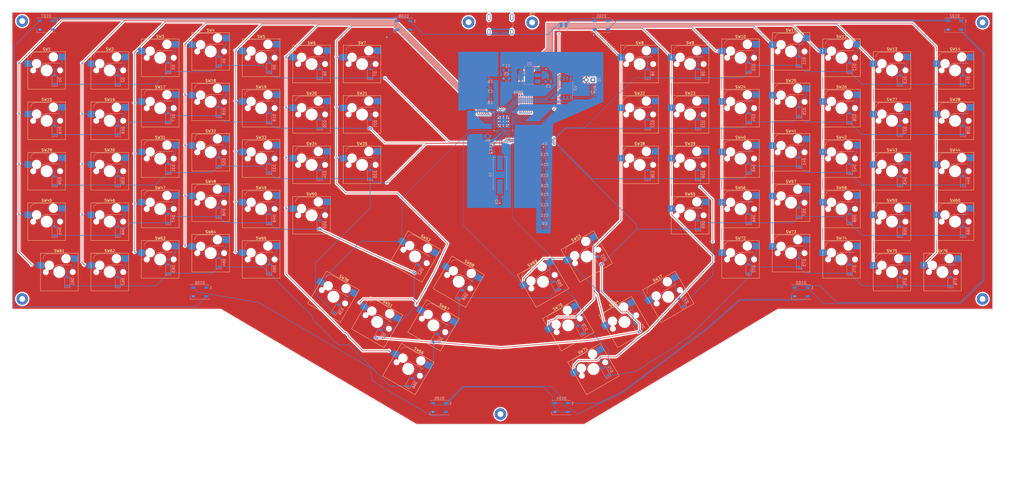
<source format=kicad_pcb>
(kicad_pcb (version 20221018) (generator pcbnew)
  (title_block (rev "1.1"))
  (layers (0 "F.Cu" signal) (31 "B.Cu" signal) (34 "B.Paste" user) (35 "F.Paste" user) (36 "B.SilkS" user "B.Silkscreen") (37 "F.SilkS" user "F.Silkscreen") (38 "B.Mask" user) (39 "F.Mask" user) (44 "Edge.Cuts" user))
  (net 0 "")
  (net 1 "GND")
  (net 2 "VCC")
  (net 3 "/XIN")
  (net 4 "Net-(C2-Pad1)")
  (net 5 "VBUS")
  (net 6 "+3V3")
  (net 7 "+1V1")
  (net 8 "/row0")
  (net 9 "Net-(D1-A)")
  (net 10 "/row1")
  (net 11 "Net-(D2-A)")
  (net 12 "Net-(D3-A)")
  (net 13 "/GPIO8")
  (net 14 "Net-(D4-A)")
  (net 15 "/GPIO9")
  (net 16 "Net-(D5-A)")
  (net 17 "Net-(D6-A)")
  (net 18 "Net-(D7-A)")
  (net 19 "Net-(D8-A)")
  (net 20 "Net-(D9-A)")
  (net 21 "Net-(D10-A)")
  (net 22 "Net-(D11-A)")
  (net 23 "Net-(D12-A)")
  (net 24 "Net-(D13-A)")
  (net 25 "Net-(D14-A)")
  (net 26 "Net-(D15-A)")
  (net 27 "Net-(D16-A)")
  (net 28 "Net-(D17-A)")
  (net 29 "Net-(D18-A)")
  (net 30 "Net-(D19-A)")
  (net 31 "Net-(D20-A)")
  (net 32 "Net-(D21-A)")
  (net 33 "Net-(D22-A)")
  (net 34 "Net-(D23-A)")
  (net 35 "Net-(D24-A)")
  (net 36 "Net-(D25-A)")
  (net 37 "Net-(D26-A)")
  (net 38 "Net-(D27-A)")
  (net 39 "Net-(D28-A)")
  (net 40 "Net-(D29-A)")
  (net 41 "Net-(D30-A)")
  (net 42 "Net-(D31-A)")
  (net 43 "Net-(D32-A)")
  (net 44 "Net-(D33-A)")
  (net 45 "Net-(D34-A)")
  (net 46 "Net-(D35-A)")
  (net 47 "Net-(D36-A)")
  (net 48 "Net-(D37-A)")
  (net 49 "Net-(D38-A)")
  (net 50 "Net-(D39-A)")
  (net 51 "Net-(D40-A)")
  (net 52 "Net-(D41-A)")
  (net 53 "Net-(D42-A)")
  (net 54 "Net-(D43-A)")
  (net 55 "Net-(D44-A)")
  (net 56 "Net-(D45-A)")
  (net 57 "Net-(D46-A)")
  (net 58 "Net-(D47-A)")
  (net 59 "Net-(D48-A)")
  (net 60 "Net-(D49-A)")
  (net 61 "Net-(D50-A)")
  (net 62 "Net-(D51-A)")
  (net 63 "Net-(D52-A)")
  (net 64 "Net-(D53-A)")
  (net 65 "Net-(D54-A)")
  (net 66 "Net-(D55-A)")
  (net 67 "Net-(D56-A)")
  (net 68 "Net-(D57-A)")
  (net 69 "Net-(D58-A)")
  (net 70 "Net-(D59-A)")
  (net 71 "Net-(D60-A)")
  (net 72 "Net-(D61-A)")
  (net 73 "Net-(D62-A)")
  (net 74 "Net-(D63-A)")
  (net 75 "Net-(D64-A)")
  (net 76 "Net-(D65-A)")
  (net 77 "Net-(D66-A)")
  (net 78 "Net-(D67-A)")
  (net 79 "Net-(D68-A)")
  (net 80 "/~{USB_BOOT}")
  (net 81 "SWCLK")
  (net 82 "SWDIO")
  (net 83 "/RUN")
  (net 84 "/QSPI_SS")
  (net 85 "/XOUT")
  (net 86 "/USB_D+")
  (net 87 "Net-(U3-USB_DP)")
  (net 88 "/USB_D-")
  (net 89 "Net-(U3-USB_DM)")
  (net 90 "/GPIO10")
  (net 91 "/row2")
  (net 92 "/row3")
  (net 93 "/row4")
  (net 94 "/PWM")
  (net 95 "/col0")
  (net 96 "/col1")
  (net 97 "/col2")
  (net 98 "/GPIO18")
  (net 99 "/GPIO19")
  (net 100 "/GPIO20")
  (net 101 "/GPIO21")
  (net 102 "/GPIO22")
  (net 103 "/col3")
  (net 104 "/col4")
  (net 105 "/QSPI_SD1")
  (net 106 "/QSPI_SD2")
  (net 107 "/QSPI_SD0")
  (net 108 "/QSPI_SCLK")
  (net 109 "/QSPI_SD3")
  (net 110 "/col5")
  (net 111 "/col6")
  (net 112 "/col9")
  (net 113 "/col10")
  (net 114 "/col11")
  (net 115 "/col12")
  (net 116 "/col13")
  (net 117 "/col14")
  (net 118 "/col15")
  (net 119 "/col7")
  (net 120 "Net-(Y1-Pin_2)")
  (net 121 "Net-(D69-A)")
  (net 122 "Net-(D70-A)")
  (net 123 "Net-(D71-A)")
  (net 124 "Net-(D72-A)")
  (net 125 "Net-(D73-A)")
  (net 126 "Net-(D74-A)")
  (net 127 "Net-(D75-A)")
  (net 128 "Net-(D76-A)")
  (net 129 "Net-(D101-DOUT)")
  (net 130 "Net-(D101-DIN)")
  (net 131 "Net-(D102-DOUT)")
  (net 132 "Net-(D103-DOUT)")
  (net 133 "Net-(D104-DOUT)")
  (net 134 "Net-(D105-DOUT)")
  (net 135 "Net-(D106-DOUT)")
  (net 136 "Net-(D107-DOUT)")
  (net 138 "/col8")
  (footprint "PCM_Switch_Keyboard_Hotswap_Kailh:SW_Hotswap_Kailh_MX_1.00u" (layer "F.Cu") (at 85.09 53.575)
    (fp_text reference "SW18")
    (fp_text value "SW_Push")
  )
  (footprint "PCM_Switch_Keyboard_Hotswap_Kailh:SW_Hotswap_Kailh_MX_1.00u" (layer "F.Cu") (at 142.24 77.3875)
    (fp_text reference "SW35")
    (fp_text value "SW_Push")
  )
  (footprint "PCM_Switch_Keyboard_Hotswap_Kailh:SW_Hotswap_Kailh_MX_1.00u" (layer "F.Cu") (at 241.3183 136.7478 30)
    (fp_text reference "SW54")
    (fp_text value "SW_Push")
  )
  (footprint "PCM_Switch_Keyboard_Hotswap_Kailh:SW_Hotswap_Kailh_MX_1.00u" (layer "F.Cu") (at 23.1775 79.7687)
    (fp_text reference "SW29")
    (fp_text value "SW_Push")
  )
  (footprint "PCM_Switch_Keyboard_Hotswap_Kailh:SW_Hotswap_Kailh_MX_1.00u" (layer "F.Cu") (at 304.165 34.525)
    (fp_text reference "SW11")
    (fp_text value "SW_Push")
  )
  (footprint "PCM_Switch_Keyboard_Hotswap_Kailh:SW_Hotswap_Kailh_MX_1.00u" (layer "F.Cu") (at 361.315 117.8687)
    (fp_text reference "SW76")
    (fp_text value "SW_Push")
  )
  (footprint "PCM_Switch_Keyboard_Hotswap_Kailh:SW_Hotswap_Kailh_MX_1.00u" (layer "F.Cu") (at 304.165 91.675)
    (fp_text reference "SW57")
    (fp_text value "SW_Push")
  )
  (footprint "PCM_Switch_Keyboard_Hotswap_Kailh:SW_Hotswap_Kailh_MX_1.00u" (layer "F.Cu") (at 85.09 91.675)
    (fp_text reference "SW48")
    (fp_text value "SW_Push")
  )
  (footprint "PCM_Switch_Keyboard_Hotswap_Kailh:SW_Hotswap_Kailh_MX_1.00u" (layer "F.Cu") (at 46.99 98.8187)
    (fp_text reference "SW46")
    (fp_text value "SW_Push")
  )
  (footprint "PCM_Switch_Keyboard_Hotswap_Kailh:SW_Hotswap_Kailh_MX_1.00u" (layer "F.Cu") (at 159.672 154.5217 -30)
    (fp_text reference "SW66")
    (fp_text value "SW_Push")
  )
  (footprint "PCM_Switch_Keyboard_Hotswap_Kailh:SW_Hotswap_Kailh_MX_1.00u" (layer "F.Cu") (at 304.165 53.575)
    (fp_text reference "SW25")
    (fp_text value "SW_Push")
  )
  (footprint "PCM_Switch_Keyboard_Hotswap_Kailh:SW_Hotswap_Kailh_MX_1.00u" (layer "F.Cu") (at 323.215 94.0562)
    (fp_text reference "SW58")
    (fp_text value "SW_Push")
  )
  (footprint "PCM_Switch_Keyboard_Hotswap_Kailh:SW_Hotswap_Kailh_MX_1.00u" (layer "F.Cu") (at 178.722 121.5261 -30)
    (fp_text reference "SW68")
    (fp_text value "SW_Push")
  )
  (footprint "PCM_Switch_Keyboard_Hotswap_Kailh:SW_Hotswap_Kailh_MX_1.00u" (layer "F.Cu") (at 220.058 138.0239 30)
    (fp_text reference "SW70")
    (fp_text value "SW_Push")
  )
  (footprint "PCM_Switch_Keyboard_Hotswap_Kailh:SW_Hotswap_Kailh_MX_1.00u" (layer "F.Cu") (at 342.265 60.7187)
    (fp_text reference "SW27")
    (fp_text value "SW_Push")
  )
  (footprint "PCM_Switch_Keyboard_Hotswap_Kailh:SW_Hotswap_Kailh_MX_1.00u" (layer "F.Cu") (at 104.14 55.9562)
    (fp_text reference "SW19")
    (fp_text value "SW_Push")
  )
  (footprint "PCM_Switch_Keyboard_Hotswap_Kailh:SW_Hotswap_Kailh_MX_1.00u" (layer "F.Cu") (at 257.8161 127.2228 30)
    (fp_text reference "SW37")
    (fp_text value "SW_Push")
  )
  (footprint "PCM_Switch_Keyboard_Hotswap_Kailh:SW_Hotswap_Kailh_MX_1.00u" (layer "F.Cu") (at 104.14 94.0562)
    (fp_text reference "SW49")
    (fp_text value "SW_Push")
  )
  (footprint "PCM_Switch_Keyboard_Hotswap_Kailh:SW_Hotswap_Kailh_MX_1.00u" (layer "F.Cu") (at 147.9367 136.7478 -30)
    (fp_text reference "SW51")
    (fp_text value "SW_Push")
  )
  (footprint "MountingHole:MountingHole_2.2mm_M2_Pad" (layer "F.Cu") (at 206.45 23.55)
    (fp_text reference "H7")
    (fp_text value "MountingHole")
  )
  (footprint "PCM_Switch_Keyboard_Hotswap_Kailh:SW_Hotswap_Kailh_MX_1.00u" (layer "F.Cu") (at 85.09 72.625)
    (fp_text reference "SW32")
    (fp_text value "SW_Push")
  )
  (footprint "PCM_Switch_Keyboard_Hotswap_Kailh:SW_Hotswap_Kailh_MX_1.00u" (layer "F.Cu") (at 104.14 75.0062)
    (fp_text reference "SW33")
    (fp_text value "SW_Push")
  )
  (footprint "PCM_Switch_Keyboard_Hotswap_Kailh:SW_Hotswap_Kailh_MX_1.00u" (layer "F.Cu") (at 46.99 41.6687)
    (fp_text reference "SW2")
    (fp_text value "SW_Push")
  )
  (footprint "PCM_Switch_Keyboard_Hotswap_Kailh:SW_Hotswap_Kailh_MX_1.00u" (layer "F.Cu") (at 23.1775 98.8187)
    (fp_text reference "SW45")
    (fp_text value "SW_Push")
  )
  (footprint "PCM_Switch_Keyboard_Hotswap_Kailh:SW_Hotswap_Kailh_MX_1.00u" (layer "F.Cu") (at 142.24 58.3375)
    (fp_text reference "SW21")
    (fp_text value "SW_Push")
  )
  (footprint "PCM_Switch_Keyboard_Hotswap_Kailh:SW_Hotswap_Kailh_MX_1.00u" (layer "F.Cu") (at 323.215 55.9562)
    (fp_text reference "SW26")
    (fp_text value "SW_Push")
  )
  (footprint "PCM_Switch_Keyboard_Hotswap_Kailh:SW_Hotswap_Kailh_MX_1.00u" (layer "F.Cu") (at 285.115 75.0062)
    (fp_text reference "SW40")
    (fp_text value "SW_Push")
  )
  (footprint "PCM_Switch_Keyboard_Hotswap_Kailh:SW_Hotswap_Kailh_MX_1.00u" (layer "F.Cu") (at 366.0775 41.6687)
    (fp_text reference "SW14")
    (fp_text value "SW_Push")
  )
  (footprint "PCM_Switch_Keyboard_Hotswap_Kailh:SW_Hotswap_Kailh_MX_1.00u" (layer "F.Cu") (at 123.19 58.3375)
    (fp_text reference "SW20")
    (fp_text value "SW_Push")
  )
  (footprint "PCM_Switch_Keyboard_Hotswap_Kailh:SW_Hotswap_Kailh_MX_1.00u" (layer "F.Cu") (at 342.265 117.8687)
    (fp_text reference "SW75")
    (fp_text value "SW_Push")
  )
  (footprint "PCM_Switch_Keyboard_Hotswap_Kailh:SW_Hotswap_Kailh_MX_1.00u" (layer "F.Cu") (at 342.265 41.6687)
    (fp_text reference "SW13")
    (fp_text value "SW_Push")
  )
  (footprint "PCM_Switch_Keyboard_Hotswap_Kailh:SW_Hotswap_Kailh_MX_1.00u" (layer "F.Cu") (at 366.0775 98.8187)
    (fp_text reference "SW60")
    (fp_text value "SW_Push")
  )
  (footprint "PCM_Switch_Keyboard_Hotswap_Kailh:SW_Hotswap_Kailh_MX_1.00u" (layer "F.Cu") (at 342.265 79.7687)
    (fp_text reference "SW43")
    (fp_text value "SW_Push")
  )
  (footprint "PCM_Switch_Keyboard_Hotswap_Kailh:SW_Hotswap_Kailh_MX_1.00u" (layer "F.Cu") (at 123.19 39.2875)
    (fp_text reference "SW6")
    (fp_text value "SW_Push")
  )
  (footprint "PCM_Switch_Keyboard_Hotswap_Kailh:SW_Hotswap_Kailh_MX_1.00u" (layer "F.Cu") (at 227.0308 112.0011 30)
    (fp_text reference "SW53")
    (fp_text value "SW_Push")
  )
  (footprint "PCM_Switch_Keyboard_Hotswap_Kailh:SW_Hotswap_Kailh_MX_1.00u" (layer "F.Cu") (at 323.215 75.0062)
    (fp_text reference "SW42")
    (fp_text value "SW_Push")
  )
  (footprint "PCM_Switch_Keyboard_Hotswap_Kailh:SW_Hotswap_Kailh_MX_1.00u" (layer "F.Cu") (at 85.09 34.525)
    (fp_text reference "SW4")
    (fp_text value "SW_Push")
  )
  (footprint "PCM_Switch_Keyboard_Hotswap_Kailh:SW_Hotswap_Kailh_MX_1.00u" (layer "F.Cu") (at 304.165 72.625)
    (fp_text reference "SW41")
    (fp_text value "SW_Push")
  )
  (footprint "PCM_Switch_Keyboard_Hotswap_Kailh:SW_Hotswap_Kailh_MX_1.00u" (layer "F.Cu") (at 266.065 77.3875)
    (fp_text reference "SW39")
    (fp_text value "SW_Push")
  )
  (footprint "PCM_Switch_Keyboard_Hotswap_Kailh:SW_Hotswap_Kailh_MX_1.00u" (layer "F.Cu") (at 285.115 36.9062)
    (fp_text reference "SW10")
    (fp_text value "SW_Push")
  )
  (footprint "PCM_Switch_Keyboard_Hotswap_Kailh:SW_Hotswap_Kailh_MX_1.00u" (layer "F.Cu") (at 27.94 117.8687)
    (fp_text reference "SW61")
    (fp_text value "SW_Push")
  )
  (footprint "PCM_Switch_Keyboard_Hotswap_Kailh:SW_Hotswap_Kailh_MX_1.00u" (layer "F.Cu") (at 323.215 113.1062)
    (fp_text reference "SW74")
    (fp_text value "SW_Push")
  )
  (footprint "PCM_Switch_Keyboard_Hotswap_Kailh:SW_Hotswap_Kailh_MX_1.00u" (layer "F.Cu") (at 85.09 110.725)
    (fp_text reference "SW64")
    (fp_text value "SW_Push")
  )
  (footprint "PCM_Switch_Keyboard_Hotswap_Kailh:SW_Hotswap_Kailh_MX_1.00u" (layer "F.Cu") (at 366.0775 60.7187)
    (fp_text reference "SW28")
    (fp_text value "SW_Push")
  )
  (footprint "PCM_Switch_Keyboard_Hotswap_Kailh:SW_Hotswap_Kailh_MX_1.00u" (layer "F.Cu") (at 66.04 75.0062)
    (fp_text reference "SW31")
    (fp_text value "SW_Push")
  )
  (footprint "PCM_Switch_Keyboard_Hotswap_Kailh:SW_Hotswap_Kailh_MX_1.00u" (layer "F.Cu") (at 131.4389 127.2228 -30)
    (fp_text reference "SW36")
    (fp_text value "SW_Push")
  )
  (footprint "PCM_Switch_Keyboard_Hotswap_Kailh:SW_Hotswap_Kailh_MX_1.00u" (layer "F.Cu") (at 266.065 58.3375)
    (fp_text reference "SW23")
    (fp_text value "SW_Push")
  )
  (footprint "PCM_Switch_Keyboard_Hotswap_Kailh:SW_Hotswap_Kailh_MX_1.00u" (layer "F.Cu") (at 323.215 36.9062)
    (fp_text reference "SW12")
    (fp_text value "SW_Push")
  )
  (footprint "PCM_Switch_Keyboard_Hotswap_Kailh:SW_Hotswap_Kailh_MX_1.00u" (layer "F.Cu") (at 266.065 39.2875)
    (fp_text reference "SW9")
    (fp_text value "SW_Push")
  )
  (footprint "PCM_Switch_Keyboard_Hotswap_Kailh:SW_Hotswap_Kailh_MX_1.00u" (layer "F.Cu") (at 46.99 79.7687)
    (fp_text reference "SW30")
    (fp_text value "SW_Push")
  )
  (footprint "PCM_Switch_Keyboard_Hotswap_Kailh:SW_Hotswap_Kailh_MX_1.00u" (layer "F.Cu") (at 162.2242 112.0011 -30)
    (fp_text reference "SW52")
    (fp_text value "SW_Push")
  )
  (footprint "PCM_Switch_Keyboard_Hotswap_Kailh:SW_Hotswap_Kailh_MX_1.00u" (layer "F.Cu") (at 247.015 39.2875)
    (fp_text reference "SW8")
    (fp_text value "SW_Push")
  )
  (footprint "MountingHole:MountingHole_2.2mm_M2_Pad" (layer "F.Cu") (at 182.45 23.45)
    (fp_text reference "H1" hide)
    (fp_text value "MountingHole" hide)
  )
  (footprint "PCM_Switch_Keyboard_Hotswap_Kailh:SW_Hotswap_Kailh_MX_1.00u" (layer "F.Cu") (at 46.99 60.7187)
    (fp_text reference "SW16")
    (fp_text value "SW_Push")
  )
  (footprint "PCM_Switch_Keyboard_Hotswap_Kailh:SW_Hotswap_Kailh_MX_1.00u" (layer "F.Cu") (at 366.0775 79.7687)
    (fp_text reference "SW44")
    (fp_text value "SW_Push")
  )
  (footprint "PCM_Switch_Keyboard_Hotswap_Kailh:SW_Hotswap_Kailh_MX_1.00u" (layer "F.Cu") (at 23.1775 41.6687)
    (fp_text reference "SW1")
    (fp_text value "SW_Push")
  )
  (footprint "MountingHole:MountingHole_2.2mm_M2_Pad" (layer "F.Cu") (at 376.45 128.05)
    (fp_text reference "H3" hide)
    (fp_text value "MountingHole" hide)
  )
  (footprint "PCM_Switch_Keyboard_Hotswap_Kailh:SW_Hotswap_Kailh_MX_1.00u" (layer "F.Cu") (at 66.04 94.0562)
    (fp_text reference "SW47")
    (fp_text value "SW_Push")
  )
  (footprint "MountingHole:MountingHole_2.2mm_M2_Pad" (layer "F.Cu") (at 376.45 23.55)
    (fp_text reference "H5" hide)
    (fp_text value "MountingHole" hide)
  )
  (footprint "PCM_Switch_Keyboard_Hotswap_Kailh:SW_Hotswap_Kailh_MX_1.00u" (layer "F.Cu") (at 247.015 58.3375)
    (fp_text reference "SW22")
    (fp_text value "SW_Push")
  )
  (footprint "PCM_Switch_Keyboard_Hotswap_Kailh:SW_Hotswap_Kailh_MX_1.00u" (layer "F.Cu") (at 342.265 98.8187)
    (fp_text reference "SW59")
    (fp_text value "SW_Push")
  )
  (footprint "PCM_Switch_Keyboard_Hotswap_Kailh:SW_Hotswap_Kailh_MX_1.00u" (layer "F.Cu") (at 104.14 36.9062)
    (fp_text reference "SW5")
    (fp_text value "SW_Push")
  )
  (footprint "PCM_Switch_Keyboard_Hotswap_Kailh:SW_Hotswap_Kailh_MX_1.00u" (layer "F.Cu") (at 210.533 121.5261 30)
    (fp_text reference "SW69")
    (fp_text value "SW_Push")
  )
  (footprint "PCM_Switch_Keyboard_Hotswap_Kailh:SW_Hotswap_Kailh_MX_1.00u" (layer "F.Cu") (at 66.04 36.9062)
    (fp_text reference "SW3")
    (fp_text value "SW_Push")
  )
  (footprint "PCM_Switch_Keyboard_Hotswap_Kailh:SW_Hotswap_Kailh_MX_1.00u" (layer "F.Cu") (at 66.04 55.9562)
    (fp_text reference "SW17")
    (fp_text value "SW_Push")
  )
  (footprint "PCM_Switch_Keyboard_Hotswap_Kailh:SW_Hotswap_Kailh_MX_1.00u" (layer "F.Cu") (at 229.583 154.5217 30)
    (fp_text reference "SW71")
    (fp_text value "SW_Push")
  )
  (footprint "PCM_Switch_Keyboard_Hotswap_Kailh:SW_Hotswap_Kailh_MX_1.00u" (layer "F.Cu") (at 285.115 55.9562)
    (fp_text reference "SW24")
    (fp_text value "SW_Push")
  )
  (footprint "PCM_Switch_Keyboard_Hotswap_Kailh:SW_Hotswap_Kailh_MX_1.00u" (layer "F.Cu") (at 66.04 113.1062)
    (fp_text reference "SW63")
    (fp_text value "SW_Push")
  )
  (footprint "MountingHole:MountingHole_2.2mm_M2_Pad" (layer "F.Cu") (at 13.95 23.05)
    (fp_text reference "H6" hide)
    (fp_text value "MountingHole" hide)
  )
  (footprint "PCM_Switch_Keyboard_Hotswap_Kailh:SW_Hotswap_Kailh_MX_1.00u" (layer "F.Cu") (at 169.197 138.0239 -30)
    (fp_text reference "SW67")
    (fp_text value "SW_Push")
  )
  (footprint "PCM_Switch_Keyboard_Hotswap_Kailh:SW_Hotswap_Kailh_MX_1.00u" (layer "F.Cu") (at 104.14 113.1062)
    (fp_text reference "SW65")
    (fp_text value "SW_Push")
  )
  (footprint "PCM_Switch_Keyboard_Hotswap_Kailh:SW_Hotswap_Kailh_MX_1.00u" (layer "F.Cu") (at 285.115 113.1062)
    (fp_text reference "SW72")
    (fp_text value "SW_Push")
  )
  (footprint "PCM_Switch_Keyboard_Hotswap_Kailh:SW_Hotswap_Kailh_MX_1.00u" (layer "F.Cu") (at 46.99 117.8687)
    (fp_text reference "SW62")
    (fp_text value "SW_Push")
  )
  (footprint "PCM_Switch_Keyboard_Hotswap_Kailh:SW_Hotswap_Kailh_MX_1.00u" (layer "F.Cu") (at 304.165 110.725)
    (fp_text reference "SW73")
    (fp_text value "SW_Push")
  )
  (footprint "PCM_Switch_Keyboard_Hotswap_Kailh:SW_Hotswap_Kailh_MX_1.00u" (layer "F.Cu") (at 23.1775 60.7187)
    (fp_text reference "SW15")
    (fp_text value "SW_Push")
  )
  (footprint "PCM_Switch_Keyboard_Hotswap_Kailh:SW_Hotswap_Kailh_MX_1.00u" (layer "F.Cu") (at 142.24 39.2875)
    (fp_text reference "SW7")
    (fp_text value "SW_Push")
  )
  (footprint "MountingHole:MountingHole_2.2mm_M2_Pad" (layer "F.Cu") (at 194.45 171.55)
    (fp_text reference "H2" hide)
    (fp_text value "MountingHole" hide)
  )
  (footprint "PCM_Switch_Keyboard_Hotswap_Kailh:SW_Hotswap_Kailh_MX_1.00u" (layer "F.Cu") (at 123.19 77.3875)
    (fp_text reference "SW34")
    (fp_text value "SW_Push")
  )
  (footprint "PCM_Switch_Keyboard_Hotswap_Kailh:SW_Hotswap_Kailh_MX_1.00u" (layer "F.Cu") (at 266.065 96.4375)
    (fp_text reference "SW55")
    (fp_text value "SW_Push")
  )
  (footprint "PCM_Switch_Keyboard_Hotswap_Kailh:SW_Hotswap_Kailh_MX_1.00u" (layer "F.Cu") (at 123.19 96.4375)
    (fp_text reference "SW50")
    (fp_text value "SW_Push")
  )
  (footprint "PCM_Switch_Keyboard_Hotswap_Kailh:SW_Hotswap_Kailh_MX_1.00u" (layer "F.Cu") (at 247.015 77.3875)
    (fp_text reference "SW38")
    (fp_text value "SW_Push")
  )
  (footprint "MountingHole:MountingHole_2.2mm_M2_Pad" (layer "F.Cu") (at 13.95 128.05)
    (fp_text reference "H4" hide)
    (fp_text value "MountingHole" hide)
  )
  (footprint "PCM_Switch_Keyboard_Hotswap_Kailh:SW_Hotswap_Kailh_MX_1.00u" (layer "F.Cu") (at 285.115 94.0562)
    (fp_text reference "SW56")
    (fp_text value "SW_Push")
  )
  (footprint "Diode_SMD:D_SOD-123" (layer "B.Cu") (at 288.13125 40.48125 90)
    (fp_text reference "D10")
    (fp_text value "D")
  )
  (footprint "Diode_SMD:D_SOD-123" (layer "B.Cu") (at 145.25625 61.9125 90)
    (fp_text reference "D21")
    (fp_text value "D")
  )
  (footprint "LED_SMD:LED_WS2812B_PLCC4_5.0x5.0mm_P3.2mm" (layer "B.Cu") (at 232.5688 24.6062 180)
    (fp_text reference "D101")
    (fp_text value "WS2812B")
  )
  (footprint "Diode_SMD:D_SOD-123" (layer "B.Cu") (at 50.00625 64.29375 90)
    (fp_text reference "D16")
    (fp_text value "D")
  )
  (footprint "Diode_SMD:D_SOD-123" (layer "B.Cu") (at 369.09375 102.39375 90)
    (fp_text reference "D60")
    (fp_text value "D")
  )
  (footprint "Capacitor_SMD:C_0402_1005Metric" (layer "B.Cu") (at 190.6 48.5237)
    (fp_text reference "C7")
    (fp_text value "100n")
  )
  (footprint "Diode_SMD:D_SOD-123" (layer "B.Cu") (at 307.18125 38.1 90)
    (fp_text reference "D11")
    (fp_text value "D")
  )
  (footprint "Resistor_SMD:R_0805_2012Metric" (layer "B.Cu") (at 218.28125 24.60625)
    (fp_text reference "R101")
    (fp_text value "500")
  )
  (footprint "Connector_USB:USB_C_Receptacle_Molex_105450-0101" (layer "B.Cu") (at 194.45 24.25)
    (fp_text reference "USB1" hide)
    (fp_text value "USB_C_Receptacle_Molex_105450-0101" hide)
  )
  (footprint "Package_SO:SOIC-8_5.23x5.23mm_P1.27mm" (layer "B.Cu") (at 219.075 48.41875 90)
    (fp_text reference "U2")
    (fp_text value "W25Q128JVS")
  )
  (footprint "Capacitor_SMD:C_0402_1005Metric" (layer "B.Cu") (at 211.1375 100.80625 180)
    (fp_text reference "C9")
    (fp_text value "100n")
  )
  (footprint "Diode_SMD:D_SOD-123" (layer "B.Cu") (at 215.10625 123.03125 120)
    (fp_text reference "D69")
    (fp_text value "D")
  )
  (footprint "Diode_SMD:D_SOD-123" (layer "B.Cu") (at 250.03125 80.9625 90)
    (fp_text reference "D38")
    (fp_text value "D")
  )
  (footprint "Diode_SMD:D_SOD-123" (layer "B.Cu") (at 345.28125 102.39375 90)
    (fp_text reference "D59")
    (fp_text value "D")
  )
  (footprint "Diode_SMD:D_SOD-123" (layer "B.Cu") (at 69.05625 40.48125 90)
    (fp_text reference "D3")
    (fp_text value "D")
  )
  (footprint "Diode_SMD:D_SOD-123" (layer "B.Cu") (at 88.10625 57.15 90)
    (fp_text reference "D18")
    (fp_text value "D")
  )
  (footprint "LED_SMD:LED_WS2812B_PLCC4_5.0x5.0mm_P3.2mm" (layer "B.Cu") (at 157.95 24.65 180)
    (fp_text reference "D108")
    (fp_text value "WS2812B")
  )
  (footprint "Capacitor_SMD:C_0402_1005Metric" (layer "B.Cu") (at 211.1375 89.6938 180)
    (fp_text reference "C10")
    (fp_text value "100n")
  )
  (footprint "Diode_SMD:D_SOD-123" (layer "B.Cu") (at 26.19375 83.34375 90)
    (fp_text reference "D29")
    (fp_text value "D")
  )
  (footprint "Diode_SMD:D_SOD-123" (layer "B.Cu") (at 269.08125 61.9125 90)
    (fp_text reference "D23")
    (fp_text value "D")
  )
  (footprint "Diode_SMD:D_SOD-123" (layer "B.Cu") (at 107.15625 116.68125 90)
    (fp_text reference "D65")
    (fp_text value "D")
  )
  (footprint "Capacitor_SMD:C_0402_1005Metric" (layer "B.Cu") (at 200.2 51.15 180)
    (fp_text reference "R6")
    (fp_text value "27")
  )
  (footprint "Diode_SMD:D_SOD-123" (layer "B.Cu") (at 345.28125 64.29375 90)
    (fp_text reference "D27")
    (fp_text value "D")
  )
  (footprint "Diode_SMD:D_SOD-123" (layer "B.Cu") (at 269.08125 42.8625 90)
    (fp_text reference "D9")
    (fp_text value "D")
  )
  (footprint "Diode_SMD:D_SOD-123" (layer "B.Cu") (at 364.33125 121.44375 90)
    (fp_text reference "D76")
    (fp_text value "D")
  )
  (footprint "Capacitor_SMD:C_0402_1005Metric" (layer "B.Cu") (at 211.1375 78.3862 180)
    (fp_text reference "C14")
    (fp_text value "100n")
  )
  (footprint "Capacitor_SMD:C_0402_1005Metric" (layer "B.Cu") (at 211.1375 93.6625 180)
    (fp_text reference "C12")
    (fp_text value "1u")
  )
  (footprint "Diode_SMD:D_SOD-123" (layer "B.Cu") (at 288.13125 59.53125 90)
    (fp_text reference "D24")
    (fp_text value "D")
  )
  (footprint "Diode_SMD:D_SOD-123" (layer "B.Cu") (at 26.19375 45.24375 90)
    (fp_text reference "D1")
    (fp_text value "D")
  )
  (footprint "LED_SMD:LED_WS2812B_PLCC4_5.0x5.0mm_P3.2mm" (layer "B.Cu") (at 365.9188 24.6062 180)
    (fp_text reference "D102")
    (fp_text value "WS2812B")
  )
  (footprint "Diode_SMD:D_SOD-123" (layer "B.Cu") (at 30.95625 121.44375 90)
    (fp_text reference "D61")
    (fp_text value "D")
  )
  (footprint "Diode_SMD:D_SOD-123" (layer "B.Cu") (at 262.73125 129.38125 120)
    (fp_text reference "D37")
    (fp_text value "D")
  )
  (footprint "Diode_SMD:D_SOD-123" (layer "B.Cu") (at 288.13125 97.63125 90)
    (fp_text reference "D56")
    (fp_text value "D")
  )
  (footprint "Diode_SMD:D_SOD-123" (layer "B.Cu") (at 234.15625 155.575 120)
    (fp_text reference "D71")
    (fp_text value "D")
  )
  (footprint "Diode_SMD:D_SOD-123" (layer "B.Cu") (at 88.10625 76.2 90)
    (fp_text reference "D32")
    (fp_text value "D")
  )
  (footprint "RP2040_minimal:RP2040-QFN-56" (layer "B.Cu") (at 195.58 60.96 180)
    (fp_text reference "U3")
    (fp_text value "RP2040")
  )
  (footprint "LED_SMD:LED_WS2812B_PLCC4_5.0x5.0mm_P3.2mm" (layer "B.Cu") (at 171.45 169.0687 180)
    (fp_text reference "D105")
    (fp_text value "WS2812B")
  )
  (footprint "Diode_SMD:D_SOD-123" (layer "B.Cu") (at 126.20625 61.9125 90)
    (fp_text reference "D20")
    (fp_text value "D")
  )
  (footprint "Capacitor_SMD:C_0402_1005Metric" (layer "B.Cu") (at 192.05 72.33125 -90)
    (fp_text reference "C2")
    (fp_text value "27p")
  )
  (footprint "Diode_SMD:D_SOD-123" (layer "B.Cu") (at 107.15625 40.48125 90)
    (fp_text reference "D5")
    (fp_text value "D")
  )
  (footprint "Diode_SMD:D_SOD-123" (layer "B.Cu") (at 69.05625 97.63125 90)
    (fp_text reference "D47")
    (fp_text value "D")
  )
  (footprint "Diode_SMD:D_SOD-123" (layer "B.Cu") (at 145.25625 42.8625 90)
    (fp_text reference "D7")
    (fp_text value "D")
  )
  (footprint "Diode_SMD:D_SOD-123" (layer "B.Cu") (at 345.28125 83.34375 90)
    (fp_text reference "D43")
    (fp_text value "D")
  )
  (footprint "Diode_SMD:D_SOD-123" (layer "B.Cu") (at 69.05625 116.68125 90)
    (fp_text reference "D63")
    (fp_text value "D")
  )
  (footprint "Capacitor_SMD:C_0402_1005Metric" (layer "B.Cu") (at 211.1375 70.6437 180)
    (fp_text reference "C4")
    (fp_text value "100n")
  )
  (footprint "Capacitor_SMD:C_0402_1005Metric" (layer "B.Cu") (at 190.6 44.75)
    (fp_text reference "C6")
    (fp_text value "100n")
  )
  (footprint "Resistor_SMD:R_0805_2012Metric" (layer "B.Cu") (at 189.7 66.55)
    (fp_text reference "R4")
    (fp_text value "10K")
  )
  (footprint "Capacitor_SMD:C_0402_1005Metric" (layer "B.Cu") (at 211.1375 86.3737 180)
    (fp_text reference "C16")
    (fp_text value "100n")
  )
  (footprint "Diode_SMD:D_SOD-123" (layer "B.Cu") (at 132.55625 131.7625 60)
    (fp_text reference "D36")
    (fp_text value "D")
  )
  (footprint "Diode_SMD:D_SOD-123" (layer "B.Cu") (at 69.05625 78.58125 90)
    (fp_text reference "D31")
    (fp_text value "D")
  )
  (footprint "Diode_SMD:D_SOD-123" (layer "B.Cu") (at 126.20625 100.0125 90)
    (fp_text reference "D50")
    (fp_text value "D")
  )
  (footprint "Diode_SMD:D_SOD-123" (layer "B.Cu") (at 107.15625 97.63125 90)
    (fp_text reference "D49")
    (fp_text value "D")
  )
  (footprint "Diode_SMD:D_SOD-123" (layer "B.Cu") (at 345.28125 121.44375 90)
    (fp_text reference "D75")
    (fp_text value "D")
  )
  (footprint "Diode_SMD:D_SOD-123" (layer "B.Cu") (at 162.71875 116.68125 60)
    (fp_text reference "D52")
    (fp_text value "D")
  )
  (footprint "Diode_SMD:D_SOD-123" (layer "B.Cu") (at 369.09375 83.34375 90)
    (fp_text reference "D44")
    (fp_text value "D")
  )
  (footprint "Diode_SMD:D_SOD-123" (layer "B.Cu") (at 69.05625 59.53125 90)
    (fp_text reference "D17")
    (fp_text value "D")
  )
  (footprint "Diode_SMD:D_SOD-123" (layer "B.Cu") (at 50.00625 83.34375 90)
    (fp_text reference "D30")
    (fp_text value "D")
  )
  (footprint "Diode_SMD:D_SOD-123" (layer "B.Cu") (at 269.08125 100.0125 90)
    (fp_text reference "D55")
    (fp_text value "D")
  )
  (footprint "Diode_SMD:D_SOD-123" (layer "B.Cu") (at 50.00625 121.44375 90)
    (fp_text reference "D62")
    (fp_text value "D")
  )
  (footprint "RP2040_minimal:Crystal_SMD_HC49-US" (layer "B.Cu") (at 194.25 81.1 -90)
    (fp_text reference "Y1")
    (fp_text value "ABLS-12.000MHZ-B4-T")
  )
  (footprint "Diode_SMD:D_SOD-123" (layer "B.Cu") (at 145.25625 80.9625 90)
    (fp_text reference "D35")
    (fp_text value "D")
  )
  (footprint "Capacitor_SMD:C_0402_1005Metric" (layer "B.Cu") (at 194.25 91.41875 -90)
    (fp_text reference "C1")
    (fp_text value "27p")
  )
  (footprint "Capacitor_SMD:C_0805_2012Metric" (layer "B.Cu") (at 196.6375 41.59375 180)
    (fp_text reference "C17")
    (fp_text value "10u")
  )
  (footprint "Capacitor_SMD:C_0402_1005Metric" (layer "B.Cu") (at 190.6 52.7087)
    (fp_text reference "C8")
    (fp_text value "1u")
  )
  (footprint "Capacitor_SMD:C_0402_1005Metric" (layer "B.Cu") (at 192.05 69.95 -90)
    (fp_text reference "R3")
    (fp_text value "1k")
  )
  (footprint "LED_SMD:LED_WS2812B_PLCC4_5.0x5.0mm_P3.2mm" (layer "B.Cu") (at 217.4875 169.0687 180)
    (fp_text reference "D104")
    (fp_text value "WS2812B")
  )
  (footprint "Diode_SMD:D_SOD-123" (layer "B.Cu") (at 288.13125 78.58125 90)
    (fp_text reference "D40")
    (fp_text value "D")
  )
  (footprint "Capacitor_SMD:C_0805_2012Metric" (layer "B.Cu") (at 212.5437 45.9313)
    (fp_text reference "C3")
    (fp_text value "10u")
  )
  (footprint "Diode_SMD:D_SOD-123" (layer "B.Cu") (at 345.28125 45.24375 90)
    (fp_text reference "D13")
    (fp_text value "D")
  )
  (footprint "Diode_SMD:D_SOD-123" (layer "B.Cu") (at 326.23125 40.48125 90)
    (fp_text reference "D12")
    (fp_text value "D")
  )
  (footprint "Diode_SMD:D_SOD-123" (layer "B.Cu") (at 50.00625 45.24375 90)
    (fp_text reference "D2")
    (fp_text value "D")
  )
  (footprint "Diode_SMD:D_SOD-123" (layer "B.Cu") (at 326.23125 97.63125 90)
    (fp_text reference "D58")
    (fp_text value "D")
  )
  (footprint "Diode_SMD:D_SOD-123" (layer "B.Cu") (at 88.10625 114.3 90)
    (fp_text reference "D64")
    (fp_text value "D")
  )
  (footprint "Diode_SMD:D_SOD-123" (layer "B.Cu") (at 231.775 113.50625 120)
    (fp_text reference "D53")
    (fp_text value "D")
  )
  (footprint "Diode_SMD:D_SOD-123" (layer "B.Cu") (at 148.43125 141.2875 60)
    (fp_text reference "D51")
    (fp_text value "D")
  )
  (footprint "Capacitor_SMD:C_0805_2012Metric" (layer "B.Cu") (at 196.6375 44.76875 180)
    (fp_text reference "C5")
    (fp_text value "10u")
  )
  (footprint "Diode_SMD:D_SOD-123" (layer "B.Cu") (at 250.03125 42.8625 90)
    (fp_text reference "D8")
    (fp_text value "D")
  )
  (footprint "Capacitor_SMD:C_0402_1005Metric" (layer "B.Cu") (at 211.1375 82.55 180)
    (fp_text reference "C15")
    (fp_text value "100n")
  )
  (footprint "Capacitor_SMD:C_0402_1005Metric" (layer "B.Cu") (at 202.1 51.15 180)
    (fp_text reference "R5")
    (fp_text value "27")
  )
  (footprint "Diode_SMD:D_SOD-123" (layer "B.Cu") (at 179.3875 126.20625 60)
    (fp_text reference "D68")
    (fp_text value "D")
  )
  (footprint "Diode_SMD:D_SOD-123" (layer "B.Cu") (at 250.03125 61.9125 90)
    (fp_text reference "D22")
    (fp_text value "D")
  )
  (footprint "LED_SMD:LED_WS2812B_PLCC4_5.0x5.0mm_P3.2mm" (layer "B.Cu") (at 23.0188 24.6062 180)
    (fp_text reference "D107")
    (fp_text value "WS2812B")
  )
  (footprint "Diode_SMD:D_SOD-123" (layer "B.Cu") (at 288.13125 116.68125 90)
    (fp_text reference "D72")
    (fp_text value "D")
  )
  (footprint "Diode_SMD:D_SOD-123" (layer "B.Cu") (at 307.18125 57.15 90)
    (fp_text reference "D25")
    (fp_text value "D")
  )
  (footprint "Diode_SMD:D_SOD-123" (layer "B.Cu") (at 107.15625 59.53125 90)
    (fp_text reference "D19")
    (fp_text value "D")
  )
  (footprint "Diode_SMD:D_SOD-123" (layer "B.Cu") (at 246.0625 138.90625 120)
    (fp_text reference "D54")
    (fp_text value "D")
  )
  (footprint "Diode_SMD:D_SOD-123" (layer "B.Cu") (at 369.09375 64.29375 90)
    (fp_text reference "D28")
    (fp_text value "D")
  )
  (footprint "Diode_SMD:D_SOD-123" (layer "B.Cu") (at 126.20625 80.9625 90)
    (fp_text reference "D34")
    (fp_text value "D")
  )
  (footprint "Diode_SMD:D_SOD-123" (layer "B.Cu") (at 88.10625 95.25 90)
    (fp_text reference "D48")
    (fp_text value "D")
  )
  (footprint "LED_SMD:LED_WS2812B_PLCC4_5.0x5.0mm_P3.2mm" (layer "B.Cu") (at 307.975 125.4125 180)
    (fp_text reference "D103")
    (fp_text value "WS2812B")
  )
  (footprint "Diode_SMD:D_SOD-123" (layer "B.Cu") (at 169.8625 142.875 60)
    (fp_text reference "D67")
    (fp_text value "D")
  )
  (footprint "Capacitor_SMD:C_0402_1005Metric" (layer "B.Cu") (at 211.1375 97.6313 180)
    (fp_text reference "C11")
    (fp_text value "100n")
  )
  (footprint "Diode_SMD:D_SOD-123" (layer "B.Cu") (at 369.09375 45.24375 90)
    (fp_text reference "D14")
    (fp_text value "D")
  )
  (footprint "Diode_SMD:D_SOD-123" (layer "B.Cu") (at 307.18125 76.2 90)
    (fp_text reference "D41")
    (fp_text value "D")
  )
  (footprint "Diode_SMD:D_SOD-123" (layer "B.Cu") (at 269.08125 80.9625 90)
    (fp_text reference "D39")
    (fp_text value "D")
  )
  (footprint "Capacitor_SMD:C_0402_1005Metric" (layer "B.Cu") (at 228.95 48.35 90)
    (fp_text reference "R1")
    (fp_text value "1k")
  )
  (footprint "Diode_SMD:D_SOD-123" (layer "B.Cu") (at 50.00625 102.39375 90)
    (fp_text reference "D46")
    (fp_text value "D")
  )
  (footprint "Diode_SMD:D_SOD-123" (layer "B.Cu") (at 326.23125 59.53125 90)
    (fp_text reference "D26")
    (fp_text value "D")
  )
  (footprint "LED_SMD:LED_WS2812B_PLCC4_5.0x5.0mm_P3.2mm" (layer "B.Cu") (at 80.9625 125.4125 180)
    (fp_text reference "D106")
    (fp_text value "WS2812B")
  )
  (footprint "Diode_SMD:D_SOD-123" (layer "B.Cu") (at 326.23125 116.68125 90)
    (fp_text reference "D74")
    (fp_text value "D")
  )
  (footprint "Capacitor_SMD:C_0402_1005Metric" (layer "B.Cu") (at 211.1375 74.6125 180)
    (fp_text reference "C13")
    (fp_text value "100n")
  )
  (footprint "Diode_SMD:D_SOD-123" (layer "B.Cu") (at 26.19375 102.39375 90)
    (fp_text reference "D45")
    (fp_text value "D")
  )
  (footprint "Diode_SMD:D_SOD-123" (layer "B.Cu") (at 26.19375 64.29375 90)
    (fp_text reference "D15")
    (fp_text value "D")
  )
  (footprint "Connector_PinHeader_2.54mm:PinHeader_1x02_P2.54mm_Vertical" (layer "B.Cu") (at 229.39375 45.24375 90)
    (fp_text reference "J1")
    (fp_text value "Conn_01x02")
  )
  (footprint "Diode_SMD:D_SOD-123" (layer "B.Cu") (at 307.18125 95.25 90)
    (fp_text reference "D57")
    (fp_text value "D")
  )
  (footprint "Diode_SMD:D_SOD-123" (layer "B.Cu") (at 107.15625 78.58125 90)
    (fp_text reference "D33")
    (fp_text value "D")
  )
  (footprint "Capacitor_SMD:C_0402_1005Metric" (layer "B.Cu") (at 229.4 51.15 180)
    (fp_text reference "R2")
    (fp_text value "DNF")
  )
  (footprint "Package_TO_SOT_SMD:SOT-223-3_TabPin2" (layer "B.Cu") (at 205.4 43.55 180)
    (fp_text reference "U1")
    (fp_text value "NCP1117-3.3_SOT223")
  )
  (footprint "Diode_SMD:D_SOD-123" (layer "B.Cu") (at 88.10625 38.1 90)
    (fp_text reference "D4")
    (fp_text value "D")
  )
  (footprint "Diode_SMD:D_SOD-123" (layer "B.Cu") (at 307.18125 114.3 90)
    (fp_text reference "D73")
    (fp_text value "D")
  )
  (footprint "Diode_SMD:D_SOD-123" (layer "B.Cu") (at 126.20625 42.8625 90)
    (fp_text reference "D6")
    (fp_text value "D")
  )
  (footprint "Diode_SMD:D_SOD-123" (layer "B.Cu") (at 160.3375 159.54375 60)
    (fp_text reference "D66")
    (fp_text value "D")
  )
  (footprint "Diode_SMD:D_SOD-123" (layer "B.Cu") (at 326.23125 78.58125 90)
    (fp_text reference "D42")
    (fp_text value "D")
  )
  (footprint "Diode_SMD:D_SOD-123" (layer "B.Cu") (at 224.63125 139.7 120)
    (fp_text reference "D70")
    (fp_text value "D")
  )
  (gr_line (start 88.9 132.05) (end 9.95 132.05) (stroke (width 0.15)) (layer "Edge.Cuts"))
  (gr_line (start 299.24375 132.05) (end 226.2 175.55) (stroke (width 0.15)) (layer "Edge.Cuts"))
  (gr_line (start 380.45 19.55) (end 380.45 132.05) (stroke (width 0.15)) (layer "Edge.Cuts"))
  (gr_line (start 380.45 132.05) (end 299.24375 132.05) (stroke (width 0.15)) (layer "Edge.Cuts"))
  (gr_line (start 226.2 175.55) (end 162.7 175.55) (stroke (width 0.15)) (layer "Edge.Cuts"))
  (gr_line (start 9.95 19.55) (end 380.45 19.55) (stroke (width 0.15)) (layer "Edge.Cuts"))
  (gr_line (start 162.7 175.55) (end 88.9 132.05) (stroke (width 0.15)) (layer "Edge.Cuts"))
  (gr_line (start 9.95 19.55) (end 9.95 132.05) (stroke (width 0.15)) (layer "Edge.Cuts"))
  (via (at 211.74995 41.1688) (size 0.6) (drill 0.35) (layers "F.Cu" "B.Cu") (net 1))
  (via (at 151.55 29.15) (size 0.6) (drill 0.35) (layers "F.Cu" "B.Cu") (net 1))
  (via (at 169 170.7187) (size 0.6) (drill 0.35) (layers "F.Cu" "B.Cu") (net 1))
  (via (at 229.6 28.35) (size 0.6) (drill 0.35) (layers "F.Cu" "B.Cu") (net 1))
  (via (at 78.5 127.05) (size 0.6) (drill 0.35) (layers "F.Cu" "B.Cu") (net 1))
  (via (at 363.4688 26.2562) (size 0.6) (drill 0.35) (layers "F.Cu" "B.Cu") (net 1))
  (via (at 20.5688 26.2562) (size 0.6) (drill 0.35) (layers "F.Cu" "B.Cu") (net 1))
  (via (at 210.6575 70.6437) (size 0.6) (drill 0.35) (layers "F.Cu" "B.Cu") (net 1))
  (via (at 194.25 91.87925) (size 0.6) (drill 0.35) (layers "F.Cu" "B.Cu") (net 1))
  (via (at 215.95 52.05) (size 0.6) (drill 0.35) (layers "F.Cu" "B.Cu") (net 1))
  (via (at 215.0375 170.7187) (size 0.6) (drill 0.35) (layers "F.Cu" "B.Cu") (net 1))
  (via (at 305.525 127.0625) (size 0.6) (drill 0.35) (layers "F.Cu" "B.Cu") (net 1))
  (via (at 191.1 72.8) (size 0.6) (drill 0.35) (layers "F.Cu" "B.Cu") (net 1))
  (via (at 195.6875 44.76875) (size 0.6) (drill 0.35) (layers "F.Cu" "B.Cu") (net 1))
  (via (at 196.3805 67.3) (size 0.6) (drill 0.35) (layers "F.Cu" "B.Cu") (net 1))
  (segment (start 191.09875 44.76875) (end 195.6875 44.76875) (width 0.2) (layer "B.Cu") (net 1))
  (segment (start 154.4 26.3) (end 155.5 26.3) (width 0.15) (layer "B.Cu") (net 1))
  (segment (start 210.6575 82.55) (end 210.6575 78.3862) (width 0.2) (layer "B.Cu") (net 1))
  (segment (start 191.08 44.75) (end 191.08 48.5237) (width 0.2) (layer "B.Cu") (net 1))
  (segment (start 210.6075 86.4237) (end 210.6575 86.3737) (width 0.2) (layer "B.Cu") (net 1))
  (segment (start 192.05 72.81125) (end 191.11125 72.81125) (width 0.15) (layer "B.Cu") (net 1))
  (segment (start 213.4937 45.9313) (end 213.4937 42.91255) (width 0.2) (layer "B.Cu") (net 1))
  (segment (start 151.55 29.15) (end 154.4 26.3) (width 0.15) (layer "B.Cu") (net 1))
  (segment (start 196.58 67.1005) (end 196.58 64.3975) (width 0.2) (layer "B.Cu") (net 1))
  (segment (start 230.1188 26.2562) (end 230.1188 27.8312) (width 0.15) (layer "B.Cu") (net 1))
  (segment (start 210.6575 97.6313) (end 210.6575 93.6625) (width 0.2) (layer "B.Cu") (net 1))
  (segment (start 196.3805 67.3) (end 196.58 67.1005) (width 0.2) (layer "B.Cu") (net 1))
  (segment (start 191.08 44.75) (end 191.09875 44.76875) (width 0.2) (layer "B.Cu") (net 1))
  (segment (start 210.6575 82.55) (end 210.6575 86.3737) (width 0.2) (layer "B.Cu") (net 1))
  (segment (start 215.98125 52.01875) (end 215.95 52.05) (width 0.2) (layer "B.Cu") (net 1))
  (segment (start 210.6575 74.6125) (end 210.6575 78.3862) (width 0.2) (layer "B.Cu") (net 1))
  (segment (start 195.6875 44.76875) (end 195.6875 41.59375) (width 0.2) (layer "B.Cu") (net 1))
  (segment (start 211.66875 41.25) (end 211.74995 41.1688) (width 0.2) (layer "B.Cu") (net 1))
  (segment (start 210.6075 89.6438) (end 210.6075 86.4237) (width 0.2) (layer "B.Cu") (net 1))
  (segment (start 210.6575 93.6625) (end 210.6575 89.6938) (width 0.2) (layer "B.Cu") (net 1))
  (segment (start 78.5125 127.0625) (end 78.5 127.05) (width 0.25) (layer "B.Cu") (net 1))
  (segment (start 194.25 91.87925) (end 194.25 91.89875) (width 0.2) (layer "B.Cu") (net 1))
  (segment (start 230.1188 27.8312) (end 229.6 28.35) (width 0.15) (layer "B.Cu") (net 1))
  (segment (start 191.11125 72.81125) (end 191.1 72.8) (width 0.15) (layer "B.Cu") (net 1))
  (segment (start 210.6575 70.6437) (end 210.6575 74.6125) (width 0.2) (layer "B.Cu") (net 1))
  (segment (start 208.55 41.25) (end 211.66875 41.25) (width 0.2) (layer "B.Cu") (net 1))
  (segment (start 213.4937 42.91255) (end 211.74995 41.1688) (width 0.2) (layer "B.Cu") (net 1))
  (segment (start 210.6575 89.6938) (end 210.6075 89.6438) (width 0.2) (layer "B.Cu") (net 1))
  (segment (start 191.08 52.7087) (end 191.08 48.5237) (width 0.25) (layer "B.Cu") (net 1))
  (segment (start 217.17 52.01875) (end 215.98125 52.01875) (width 0.2) (layer "B.Cu") (net 1))
  (segment (start 26.662501 21.7625) (end 25.4688 22.9562) (width 0.2) (layer "B.Cu") (net 2))
  (segment (start 154.4563 21.4125) (end 154.1063 21.7625) (width 0.2) (layer "B.Cu") (net 2))
  (segment (start 154.1063 21.7625) (end 26.662501 21.7625) (width 0.2) (layer "B.Cu") (net 2))
  (segment (start 240.29821 163.16853) (end 272.004183 139.38905) (width 0.2) (layer "B.Cu") (net 2))
  (segment (start 305.93125 124.61875) (end 309.56875 124.61875) (width 0.2) (layer "B.Cu") (net 2))
  (segment (start 235.0188 22.9562) (end 234.2688 22.2062) (width 0.2) (layer "B.Cu") (net 2))
  (segment (start 369.8875 28.009214) (end 369.8875 24.4749) (width 0.2) (layer "B.Cu") (net 2))
  (segment (start 368.213724 129.78125) (end 377.03125 120.963724) (width 0.2) (layer "B.Cu") (net 2))
  (segment (start 165.45 28.05) (end 160.4 23) (width 0.2) (layer "B.Cu") (net 2))
  (segment (start 231.372855 167.4187) (end 240.29821 163.16853) (width 0.2) (layer "B.Cu") (net 2))
  (segment (start 180.2687 161.05) (end 213.5688 161.05) (width 0.2) (layer "B.Cu") (net 2))
  (segment (start 173.9 167.4187) (end 180.2687 161.05) (width 0.2) (layer "B.Cu") (net 2))
  (segment (start 219.578064 23.65625) (end 216.899143 23.65625) (width 0.2) (layer "B.Cu") (net 2))
  (segment (start 304.4 128.1875) (end 304.4 126.15) (width 0.2) (layer "B.Cu") (net 2))
  (segment (start 316.44375 129.78125) (end 368.213724 129.78125) (width 0.2) (layer "B.Cu") (net 2))
  (segment (start 304.4 126.15) (end 305.93125 124.61875) (width 0.2) (layer "B.Cu") (net 2))
  (segment (start 219.9375 167.4187) (end 231.372855 167.4187) (width 0.2) (layer "B.Cu") (net 2))
  (segment (start 160.4 23) (end 158.8125 21.4125) (width 0.2) (layer "B.Cu") (net 2))
  (segment (start 369.8875 24.4749) (end 368.3688 22.9562) (width 0.2) (layer "B.Cu") (net 2))
  (segment (start 310.425 123.7625) (end 316.44375 129.78125) (width 0.2) (layer "B.Cu") (net 2))
  (segment (start 235.0188 22.9562) (end 235.35625 22.61875) (width 0.2) (layer "B.Cu") (net 2))
  (segment (start 235.35625 22.61875) (end 362.00625 22.61875) (width 0.2) (layer "B.Cu") (net 2))
  (segment (start 212.505393 28.05) (end 165.45 28.05) (width 0.2) (layer "B.Cu") (net 2))
  (segment (start 377.03125 120.963724) (end 377.03125 35.152964) (width 0.2) (layer "B.Cu") (net 2))
  (segment (start 284.682827 128.295238) (end 284.790565 128.1875) (width 0.2) (layer "B.Cu") (net 2))
  (segment (start 272.004183 139.38905) (end 284.682827 128.295238) (width 0.2) (layer "B.Cu") (net 2))
  (segment (start 362.00625 22.61875) (end 362.4188 22.2062) (width 0.2) (layer "B.Cu") (net 2))
  (segment (start 158.8125 21.4125) (end 154.4563 21.4125) (width 0.2) (layer "B.Cu") (net 2))
  (segment (start 216.899143 23.65625) (end 212.505393 28.05) (width 0.2) (layer "B.Cu") (net 2))
  (segment (start 284.790565 128.1875) (end 304.4 128.1875) (width 0.2) (layer "B.Cu") (net 2))
  (segment (start 234.2688 22.2062) (end 221.028114 22.2062) (width 0.2) (layer "B.Cu") (net 2))
  (segment (start 309.56875 124.61875) (end 310.425 123.7625) (width 0.2) (layer "B.Cu") (net 2))
  (segment (start 213.5688 161.05) (end 219.9375 167.4187) (width 0.2) (layer "B.Cu") (net 2))
  (segment (start 362.4188 22.2062) (end 367.6188 22.2062) (width 0.2) (layer "B.Cu") (net 2))
  (segment (start 377.03125 35.152964) (end 369.8875 28.009214) (width 0.2) (layer "B.Cu") (net 2))
  (segment (start 367.6188 22.2062) (end 368.3688 22.9562) (width 0.2) (layer "B.Cu") (net 2))
  (segment (start 221.028114 22.2062) (end 219.578064 23.65625) (width 0.2) (layer "B.Cu") (net 2))
  (segment (start 194.25 76.6) (end 194.25 67.6875) (width 0.2) (layer "B.Cu") (net 3))
  (segment (start 194.25 67.6875) (end 196.18 65.7575) (width 0.2) (layer "B.Cu") (net 3))
  (segment (start 196.18 65.7575) (end 196.18 64.3975) (width 0.2) (layer "B.Cu") (net 3))
  (segment (start 192.05 70.43) (end 192.05 71.85125) (width 0.15) (layer "B.Cu") (net 4))
  (segment (start 211.5124 45.85) (end 211.5937 45.9313) (width 0.2) (layer "B.Cu") (net 5))
  (segment (start 208.55 45.85) (end 211.5124 45.85) (width 0.2) (layer "B.Cu") (net 5))
  (segment (start 211.6175 86.3737) (end 211.6175 93.6625) (width 0.2) (layer "B.Cu") (net 6))
  (segment (start 190.5995 61.96) (end 190.4 61.7605) (width 0.2) (layer "B.Cu") (net 6))
  (segment (start 192.06 58.36) (end 190.9 57.2) (width 0.2) (layer "B.Cu") (net 6))
  (segment (start 199.24 58.36) (end 199.875 57.725) (width 0.2) (layer "B.Cu") (net 6))
  (segment (start 208.55 43.55) (end 202.25 43.55) (width 0.2) (layer "B.Cu") (net 6))
  (segment (start 192.1425 58.36) (end 192.06 58.36) (width 0.2) (layer "B.Cu") (net 6))
  (segment (start 211.6175 100.80625) (end 211.6175 97.6313) (width 0.2) (layer "B.Cu") (net 6))
  (segment (start 195.38 63.82) (end 195.85 63.35) (width 0.2) (layer "B.Cu") (net 6))
  (segment (start 193.38 57.5225) (end 192.98 57.5225) (width 0.2) (layer "B.Cu") (net 6))
  (segment (start 220.98 44.81875) (end 220.98 44.652354) (width 0.2) (layer "B.Cu") (net 6))
  (segment (start 199.91 61.96) (end 200.5 62.55) (width 0.2) (layer "B.Cu") (net 6))
  (segment (start 192.1425 58.36) (end 192.98 57.5225) (width 0.2) (layer "B.Cu") (net 6))
  (segment (start 195.38 64.3975) (end 195.38 64.92) (width 0.2) (layer "B.Cu") (net 6))
  (segment (start 198.19 58.36) (end 198 58.55) (width 0.2) (layer "B.Cu") (net 6))
  (segment (start 199.0175 61.96) (end 199.91 61.96) (width 0.2) (layer "B.Cu") (net 6))
  (segment (start 199.0175 58.36) (end 199.24 58.36) (width 0.2) (layer "B.Cu") (net 6))
  (segment (start 198.555736 61.96) (end 198.05 61.96) (width 0.2) (layer "B.Cu") (net 6))
  (segment (start 194.98 57.5225) (end 195.38 57.5225) (width 0.2) (layer "B.Cu") (net 6))
  (segment (start 211.6175 78.3862) (end 211.6175 74.6125) (width 0.2) (layer "B.Cu") (net 6))
  (segment (start 198.555736 61.96) (end 199.0175 61.96) (width 0.2) (layer "B.Cu") (net 6))
  (segment (start 211.6175 70.6437) (end 211.6175 74.6125) (width 0.2) (layer "B.Cu") (net 6))
  (segment (start 195.38 63.82) (end 195.38 64.3975) (width 0.2) (layer "B.Cu") (net 6))
  (segment (start 199.0175 58.36) (end 198.19 58.36) (width 0.2) (layer "B.Cu") (net 6))
  (segment (start 211.6175 97.6313) (end 211.6175 93.6625) (width 0.2) (layer "B.Cu") (net 6))
  (segment (start 195.38 57.5225) (end 195.38 58.58) (width 0.2) (layer "B.Cu") (net 6))
  (segment (start 192.1425 61.96) (end 190.5995 61.96) (width 0.2) (layer "B.Cu") (net 6))
  (segment (start 211.6175 82.55) (end 211.6175 78.3862) (width 0.2) (layer "B.Cu") (net 6))
  (segment (start 195.38 64.92) (end 194.8 65.5) (width 0.2) (layer "B.Cu") (net 6))
  (segment (start 211.6175 86.3737) (end 211.6175 82.55) (width 0.2) (layer "B.Cu") (net 6))
  (segment (start 193.8 56.5) (end 193.675 56.375) (width 0.2) (layer "F.Cu") (net 7))
  (segment (start 195.5795 56.5) (end 193.8 56.5) (width 0.2) (layer "F.Cu") (net 7))
  (via (at 195.5795 56.5) (size 0.6) (drill 0.35) (layers "F.Cu" "B.Cu") (net 7))
  (via (at 193.675 56.375) (size 0.6) (drill 0.35) (layers "F.Cu" "B.Cu") (net 7))
  (segment (start 193.55 56.25) (end 193.675 56.375) (width 0.2) (layer "B.Cu") (net 7))
  (segment (start 195.78 56.7005) (end 195.5795 56.5) (width 0.2) (layer "B.Cu") (net 7))
  (segment (start 193.78 57.5225) (end 193.78 58.54927) (width 0.2) (layer "B.Cu") (net 7))
  (segment (start 193.675 56.375) (end 193.78 56.48) (width 0.2) (layer "B.Cu") (net 7))
  (segment (start 190.12 52.7087) (end 190.12 44.75) (width 0.2) (layer "B.Cu") (net 7))
  (segment (start 190.12 44.574071) (end 190.12 44.75) (width 0.2) (layer "B.Cu") (net 7))
  (segment (start 195.78 57.5225) (end 195.78 56.7005) (width 0.2) (layer "B.Cu") (net 7))
  (segment (start 194.98 64.3975) (end 194.98 63.58) (width 0.2) (layer "B.Cu") (net 7))
  (segment (start 194.98 63.58) (end 194.75 63.35) (width 0.2) (layer "B.Cu") (net 7))
  (segment (start 193.78 56.48) (end 193.78 57.5225) (width 0.2) (layer "B.Cu") (net 7))
  (segment (start 196.747466 67.675497) (end 214.197889 67.675497) (width 0.15) (layer "F.Cu") (net 8))
  (segment (start 195.910694 68.442207) (end 195.552901 68.8) (width 0.15) (layer "F.Cu") (net 8))
  (segment (start 195.552901 68.8) (end 175.1 68.8) (width 0.15) (layer "F.Cu") (net 8))
  (segment (start 214.197889 67.675497) (end 214.636196 67.23719) (width 0.15) (layer "F.Cu") (net 8))
  (segment (start 175.1 68.8) (end 150.9 44.6) (width 0.15) (layer "F.Cu") (net 8))
  (segment (start 195.980756 68.442207) (end 196.747466 67.675497) (width 0.15) (layer "F.Cu") (net 8))
  (segment (start 195.910694 68.442207) (end 195.980756 68.442207) (width 0.15) (layer "F.Cu") (net 8))
  (via (at 214.636196 67.23719) (size 0.6) (drill 0.35) (layers "F.Cu" "B.Cu") (net 8))
  (via (at 150.9 44.6) (size 0.6) (drill 0.35) (layers "F.Cu" "B.Cu") (net 8))
  (via (at 195.910694 68.442207) (size 0.6) (drill 0.35) (layers "F.Cu" "B.Cu") (net 8))
  (segment (start 307.18125 39.75) (end 290.5125 39.75) (width 0.2) (layer "B.Cu") (net 8))
  (segment (start 214.636196 67.23719) (end 214.953687 67.23719) (width 0.15) (layer "B.Cu") (net 8))
  (segment (start 309.5625 42.13125) (end 307.18125 39.75) (width 0.2) (layer "B.Cu") (net 8))
  (segment (start 330.99375 46.89375) (end 326.23125 42.13125) (width 0.2) (layer "B.Cu") (net 8))
  (segment (start 26.19375 46.89375) (end 50.00625 46.89375) (width 0.2) (layer "B.Cu") (net 8))
  (segment (start 226.4625 63.2375) (end 245.1875 44.5125) (width 0.15) (layer "B.Cu") (net 8))
  (segment (start 196.98 67.442963) (end 196.98 64.3975) (width 0.15) (layer "B.Cu") (net 8))
  (segment (start 88.10625 39.75) (end 104.775 39.75) (width 0.2) (layer "B.Cu") (net 8))
  (segment (start 104.775 39.75) (end 107.15625 42.13125) (width 0.2) (layer "B.Cu") (net 8))
  (segment (start 69.05625 42.13125) (end 85.725 42.13125) (width 0.2) (layer "B.Cu") (net 8))
  (segment (start 195.980756 68.442207) (end 196.98 67.442963) (width 0.15) (layer "B.Cu") (net 8))
  (segment (start 269.08125 44.5125) (end 250.03125 44.5125) (width 0.2) (layer "B.Cu") (net 8))
  (segment (start 345.28125 46.89375) (end 330.99375 46.89375) (width 0.2) (layer "B.Cu") (net 8))
  (segment (start 285.75 44.5125) (end 269.08125 44.5125) (width 0.2) (layer "B.Cu") (net 8))
  (segment (start 214.953687 67.23719) (end 218.953378 63.2375) (width 0.15) (layer "B.Cu") (net 8))
  (segment (start 290.5125 39.75) (end 288.13125 42.13125) (width 0.2) (layer "B.Cu") (net 8))
  (segment (start 85.725 42.13125) (end 88.10625 39.75) (width 0.2) (layer "B.Cu") (net 8))
  (segment (start 150.9 44.6) (end 145.34375 44.6) (width 0.2) (layer "B.Cu") (net 8))
  (segment (start 326.23125 42.13125) (end 309.5625 42.13125) (width 0.2) (layer "B.Cu") (net 8))
  (segment (start 245.1875 44.5125) (end 250.03125 44.5125) (width 0.15) (layer "B.Cu") (net 8))
  (segment (start 109.5375 44.5125) (end 126.20625 44.5125) (width 0.2) (layer "B.Cu") (net 8))
  (segment (start 145.34375 44.6) (end 145.25625 44.5125) (width 0.2) (layer "B.Cu") (net 8))
  (segment (start 107.15625 42.13125) (end 109.5375 44.5125) (width 0.2) (layer "B.Cu") (net 8))
  (segment (start 369.09375 46.89375) (end 345.28125 46.89375) (width 0.2) (layer "B.Cu") (net 8))
  (segment (start 126.20625 44.5125) (end 145.25625 44.5125) (width 0.2) (layer "B.Cu") (net 8))
  (segment (start 218.953378 63.2375) (end 226.4625 63.2375) (width 0.15) (layer "B.Cu") (net 8))
  (segment (start 50.00625 46.89375) (end 64.29375 46.89375) (width 0.2) (layer "B.Cu") (net 8))
  (segment (start 288.13125 42.13125) (end 285.75 44.5125) (width 0.2) (layer "B.Cu") (net 8))
  (segment (start 64.29375 46.89375) (end 69.05625 42.13125) (width 0.2) (layer "B.Cu") (net 8))
  (segment (start 195.910694 68.442207) (end 195.980756 68.442207) (width 0.15) (layer "B.Cu") (net 8))
  (segment (start 29.0195 39.174288) (end 29.0195 36.5887) (width 0.2) (layer "B.Cu") (net 9))
  (segment (start 26.19375 43.59375) (end 26.19375 42.000038) (width 0.2) (layer "B.Cu") (net 9))
  (segment (start 26.19375 42.000038) (end 29.0195 39.174288) (width 0.2) (layer "B.Cu") (net 9))
  (segment (start 196.65736 68.50736) (end 196.65736 68.542143) (width 0.15) (layer "F.Cu") (net 10))
  (segment (start 196.65736 68.542143) (end 196.099503 69.1) (width 0.15) (layer "F.Cu") (net 10))
  (segment (start 196.099503 69.1) (end 150.79375 69.1) (width 0.15) (layer "F.Cu") (net 10))
  (segment (start 196.65736 68.50736) (end 197.164223 68.000497) (width 0.2) (layer "F.Cu") (net 10))
  (segment (start 150.79375 69.1) (end 145.25625 63.5625) (width 0.15) (layer "F.Cu") (net 10))
  (segment (start 197.164223 68.000497) (end 214.65 68.000497) (width 0.2) (layer "F.Cu") (net 10))
  (via (at 145.25625 63.5625) (size 0.6) (drill 0.35) (layers "F.Cu" "B.Cu") (net 10))
  (via (at 214.65 68.000497) (size 0.6) (drill 0.35) (layers "F.Cu" "B.Cu") (net 10))
  (via (at 196.65736 68.50736) (size 0.6) (drill 0.35) (layers "F.Cu" "B.Cu") (net 10))
  (segment (start 107.15625 61.18125) (end 90.4875 61.18125) (width 0.2) (layer "B.Cu") (net 10))
  (segment (start 288.13125 61.18125) (end 304.8 61.18125) (width 0.2) (layer "B.Cu") (net 10))
  (segment (start 197.38 67.78472) (end 197.38 64.3975) (width 0.15) (layer "B.Cu") (net 10))
  (segment (start 250.03125 63.5625) (end 219.087997 63.5625) (width 0.2) (layer "B.Cu") (net 10))
  (segment (start 307.18125 58.8) (end 309.5625 61.18125) (width 0.2) (layer "B.Cu") (net 10))
  (segment (start 285.75 63.5625) (end 288.13125 61.18125) (width 0.2) (layer "B.Cu") (net 10))
  (segment (start 126.20625 63.5625) (end 109.5375 63.5625) (width 0.2) (layer "B.Cu") (net 10))
  (segment (start 330.99375 65.94375) (end 345.28125 65.94375) (width 0.2) (layer "B.Cu") (net 10))
  (segment (start 90.4875 61.18125) (end 88.10625 58.8) (width 0.2) (layer "B.Cu") (net 10))
  (segment (start 250.03125 63.5625) (end 269.08125 63.5625) (width 0.2) (layer "B.Cu") (net 10))
  (segment (start 219.087997 63.5625) (end 214.65 68.000497) (width 0.2) (layer "B.Cu") (net 10))
  (segment (start 88.10625 58.8) (end 71.4375 58.8) (width 0.2) (layer "B.Cu") (net 10))
  (segment (start 145.25625 63.5625) (end 126.20625 63.5625) (width 0.2) (layer "B.Cu") (net 10))
  (segment (start 326.23125 61.18125) (end 330.99375 65.94375) (width 0.2) (layer "B.Cu") (net 10))
  (segment (start 309.5625 61.18125) (end 326.23125 61.18125) (width 0.2) (layer "B.Cu") (net 10))
  (segment (start 269.08125 63.5625) (end 285.75 63.5625) (width 0.2) (layer "B.Cu") (net 10))
  (segment (start 50.00625 65.94375) (end 26.19375 65.94375) (width 0.2) (layer "B.Cu") (net 10))
  (segment (start 345.28125 65.94375) (end 369.09375 65.94375) (width 0.2) (layer "B.Cu") (net 10))
  (segment (start 304.8 61.18125) (end 307.18125 58.8) (width 0.2) (layer "B.Cu") (net 10))
  (segment (start 109.5375 63.5625) (end 107.15625 61.18125) (width 0.2) (layer "B.Cu") (net 10))
  (segment (start 69.05625 61.18125) (end 54.76875 61.18125) (width 0.2) (layer "B.Cu") (net 10))
  (segment (start 196.65736 68.50736) (end 197.38 67.78472) (width 0.15) (layer "B.Cu") (net 10))
  (segment (start 54.76875 61.18125) (end 50.00625 65.94375) (width 0.2) (layer "B.Cu") (net 10))
  (segment (start 71.4375 58.8) (end 69.05625 61.18125) (width 0.2) (layer "B.Cu") (net 10))
  (segment (start 50.00625 42.000038) (end 52.832 39.174288) (width 0.2) (layer "B.Cu") (net 11))
  (segment (start 50.00625 43.59375) (end 50.00625 42.000038) (width 0.2) (layer "B.Cu") (net 11))
  (segment (start 52.832 39.174288) (end 52.832 36.5887) (width 0.2) (layer "B.Cu") (net 11))
  (segment (start 69.05625 37.237538) (end 71.882 34.411788) (width 0.2) (layer "B.Cu") (net 12))
  (segment (start 71.882 34.411788) (end 71.882 31.8262) (width 0.2) (layer "B.Cu") (net 12))
  (segment (start 69.05625 38.83125) (end 69.05625 37.237538) (width 0.2) (layer "B.Cu") (net 12))
  (segment (start 88.10625 36.45) (end 88.10625 34.856338) (width 0.2) (layer "B.Cu") (net 14))
  (segment (start 90.932 32.030588) (end 90.932 29.445) (width 0.2) (layer "B.Cu") (net 14))
  (segment (start 88.10625 34.856338) (end 90.932 32.030588) (width 0.2) (layer "B.Cu") (net 14))
  (segment (start 107.15625 37.237538) (end 109.982 34.411788) (width 0.2) (layer "B.Cu") (net 16))
  (segment (start 107.15625 38.83125) (end 107.15625 37.237538) (width 0.2) (layer "B.Cu") (net 16))
  (segment (start 109.982 34.411788) (end 109.982 31.8262) (width 0.2) (layer "B.Cu") (net 16))
  (segment (start 129.032 36.793088) (end 129.032 34.2075) (width 0.2) (layer "B.Cu") (net 17))
  (segment (start 126.20625 41.2125) (end 126.20625 39.618838) (width 0.2) (layer "B.Cu") (net 17))
  (segment (start 126.20625 39.618838) (end 129.032 36.793088) (width 0.2) (layer "B.Cu") (net 17))
  (segment (start 145.25625 39.618838) (end 148.082 36.793088) (width 0.2) (layer "B.Cu") (net 18))
  (segment (start 145.25625 41.2125) (end 145.25625 39.618838) (width 0.2) (layer "B.Cu") (net 18))
  (segment (start 148.082 36.793088) (end 148.082 34.2075) (width 0.2) (layer "B.Cu") (net 18))
  (segment (start 250.03125 37.03325) (end 252.857 34.2075) (width 0.2) (layer "B.Cu") (net 19))
  (segment (start 250.03125 41.2125) (end 250.03125 37.03325) (width 0.2) (layer "B.Cu") (net 19))
  (segment (start 269.08125 41.2125) (end 269.08125 37.03325) (width 0.2) (layer "B.Cu") (net 20))
  (segment (start 269.08125 37.03325) (end 271.907 34.2075) (width 0.2) (layer "B.Cu") (net 20))
  (segment (start 290.957 34.411788) (end 290.957 31.8262) (width 0.2) (layer "B.Cu") (net 21))
  (segment (start 288.13125 38.83125) (end 288.13125 37.237538) (width 0.2) (layer "B.Cu") (net 21))
  (segment (start 288.13125 37.237538) (end 290.957 34.411788) (width 0.2) (layer "B.Cu") (net 21))
  (segment (start 307.18125 36.45) (end 307.18125 32.27075) (width 0.2) (layer "B.Cu") (net 22))
  (segment (start 307.18125 32.27075) (end 310.007 29.445) (width 0.2) (layer "B.Cu") (net 22))
  (segment (start 326.23125 37.237538) (end 329.057 34.411788) (width 0.2) (layer "B.Cu") (net 23))
  (segment (start 326.23125 38.83125) (end 326.23125 37.237538) (width 0.2) (layer "B.Cu") (net 23))
  (segment (start 329.057 34.411788) (end 329.057 31.8262) (width 0.2) (layer "B.Cu") (net 23))
  (segment (start 348.107 39.174288) (end 348.107 36.5887) (width 0.2) (layer "B.Cu") (net 24))
  (segment (start 345.28125 42.000038) (end 348.107 39.174288) (width 0.2) (layer "B.Cu") (net 24))
  (segment (start 345.28125 43.59375) (end 345.28125 42.000038) (width 0.2) (layer "B.Cu") (net 24))
  (segment (start 369.09375 39.41445) (end 371.9195 36.5887) (width 0.2) (layer "B.Cu") (net 25))
  (segment (start 369.09375 43.59375) (end 369.09375 39.41445) (width 0.2) (layer "B.Cu") (net 25))
  (segment (start 29.0195 58.224288) (end 29.0195 55.6387) (width 0.2) (layer "B.Cu") (net 26))
  (segment (start 26.19375 61.050038) (end 29.0195 58.224288) (width 0.2) (layer "B.Cu") (net 26))
  (segment (start 26.19375 62.64375) (end 26.19375 61.050038) (width 0.2) (layer "B.Cu") (net 26))
  (segment (start 50.00625 61.050038) (end 52.832 58.224288) (width 0.2) (layer "B.Cu") (net 27))
  (segment (start 52.832 58.224288) (end 52.832 55.6387) (width 0.2) (layer "B.Cu") (net 27))
  (segment (start 50.00625 62.64375) (end 50.00625 61.050038) (width 0.2) (layer "B.Cu") (net 27))
  (segment (start 71.882 53.461788) (end 71.882 50.8762) (width 0.2) (layer "B.Cu") (net 28))
  (segment (start 69.05625 57.88125) (end 69.05625 56.287538) (width 0.2) (layer "B.Cu") (net 28))
  (segment (start 69.05625 56.287538) (end 71.882 53.461788) (width 0.2) (layer "B.Cu") (net 28))
  (segment (start 88.10625 55.5) (end 88.10625 53.906338) (width 0.2) (layer "B.Cu") (net 29))
  (segment (start 88.10625 53.906338) (end 90.932 51.080588) (width 0.2) (layer "B.Cu") (net 29))
  (segment (start 90.932 51.080588) (end 90.932 48.495) (width 0.2) (layer "B.Cu") (net 29))
  (segment (start 107.15625 56.287538) (end 109.982 53.461788) (width 0.2) (layer "B.Cu") (net 30))
  (segment (start 107.15625 57.88125) (end 107.15625 56.287538) (width 0.2) (layer "B.Cu") (net 30))
  (segment (start 109.982 53.461788) (end 109.982 50.8762) (width 0.2) (layer "B.Cu") (net 30))
  (segment (start 129.032 55.843088) (end 129.032 53.2575) (width 0.2) (layer "B.Cu") (net 31))
  (segment (start 126.20625 60.2625) (end 126.20625 58.668838) (width 0.2) (layer "B.Cu") (net 31))
  (segment (start 126.20625 58.668838) (end 129.032 55.843088) (width 0.2) (layer "B.Cu") (net 31))
  (segment (start 148.082 55.843088) (end 148.082 53.2575) (width 0.2) (layer "B.Cu") (net 32))
  (segment (start 145.25625 60.2625) (end 145.25625 58.668838) (width 0.2) (layer "B.Cu") (net 32))
  (segment (start 145.25625 58.668838) (end 148.082 55.843088) (width 0.2) (layer "B.Cu") (net 32))
  (segment (start 250.03125 60.2625) (end 250.03125 58.668838) (width 0.2) (layer "B.Cu") (net 33))
  (segment (start 250.03125 58.668838) (end 252.857 55.843088) (width 0.2) (layer "B.Cu") (net 33))
  (segment (start 252.857 55.843088) (end 252.857 53.2575) (width 0.2) (layer "B.Cu") (net 33))
  (segment (start 269.08125 58.668838) (end 271.907 55.843088) (width 0.2) (layer "B.Cu") (net 34))
  (segment (start 271.907 55.843088) (end 271.907 53.2575) (width 0.2) (layer "B.Cu") (net 34))
  (segment (start 269.08125 60.2625) (end 269.08125 58.668838) (width 0.2) (layer "B.Cu") (net 34))
  (segment (start 288.13125 53.70195) (end 290.957 50.8762) (width 0.2) (layer "B.Cu") (net 35))
  (segment (start 288.13125 57.88125) (end 288.13125 53.70195) (width 0.2) (layer "B.Cu") (net 35))
  (segment (start 310.007 51.080588) (end 310.007 48.495) (width 0.2) (layer "B.Cu") (net 36))
  (segment (start 307.18125 53.906338) (end 310.007 51.080588) (width 0.2) (layer "B.Cu") (net 36))
  (segment (start 307.18125 55.5) (end 307.18125 53.906338) (width 0.2) (layer "B.Cu") (net 36))
  (segment (start 326.23125 57.88125) (end 326.23125 56.287538) (width 0.2) (layer "B.Cu") (net 37))
  (segment (start 329.057 53.461788) (end 329.057 50.8762) (width 0.2) (layer "B.Cu") (net 37))
  (segment (start 326.23125 56.287538) (end 329.057 53.461788) (width 0.2) (layer "B.Cu") (net 37))
  (segment (start 345.28125 62.64375) (end 345.28125 58.46445) (width 0.2) (layer "B.Cu") (net 38))
  (segment (start 345.28125 58.46445) (end 348.107 55.6387) (width 0.2) (layer "B.Cu") (net 38))
  (segment (start 369.09375 58.46445) (end 371.9195 55.6387) (width 0.2) (layer "B.Cu") (net 39))
  (segment (start 369.09375 62.64375) (end 369.09375 58.46445) (width 0.2) (layer "B.Cu") (net 39))
  (segment (start 29.0195 77.274288) (end 29.0195 74.6887) (width 0.2) (layer "B.Cu") (net 40))
  (segment (start 26.19375 80.100038) (end 29.0195 77.274288) (width 0.2) (layer "B.Cu") (net 40))
  (segment (start 26.19375 81.69375) (end 26.19375 80.100038) (width 0.2) (layer "B.Cu") (net 40))
  (segment (start 50.00625 81.69375) (end 50.00625 80.100038) (width 0.2) (layer "B.Cu") (net 41))
  (segment (start 50.00625 80.100038) (end 52.832 77.274288) (width 0.2) (layer "B.Cu") (net 41))
  (segment (start 52.832 77.274288) (end 52.832 74.6887) (width 0.2) (layer "B.Cu") (net 41))
  (segment (start 69.05625 75.337538) (end 71.882 72.511788) (width 0.2) (layer "B.Cu") (net 42))
  (segment (start 71.882 72.511788) (end 71.882 69.9262) (width 0.2) (layer "B.Cu") (net 42))
  (segment (start 69.05625 76.93125) (end 69.05625 75.337538) (width 0.2) (layer "B.Cu") (net 42))
  (segment (start 88.10625 74.55) (end 88.10625 72.956338) (width 0.2) (layer "B.Cu") (net 43))
  (segment (start 90.932 70.130588) (end 90.932 67.545) (width 0.2) (layer "B.Cu") (net 43))
  (segment (start 88.10625 72.956338) (end 90.932 70.130588) (width 0.2) (layer "B.Cu") (net 43))
  (segment (start 107.15625 76.93125) (end 107.15625 75.337538) (width 0.2) (layer "B.Cu") (net 44))
  (segment (start 109.982 72.511788) (end 109.982 69.9262) (width 0.2) (layer "B.Cu") (net 44))
  (segment (start 107.15625 75.337538) (end 109.982 72.511788) (width 0.2) (layer "B.Cu") (net 44))
  (segment (start 126.20625 79.3125) (end 126.20625 77.49375) (width 0.2) (layer "B.Cu") (net 45))
  (segment (start 126.20625 77.49375) (end 129.032 74.668) (width 0.2) (layer "B.Cu") (net 45))
  (segment (start 129.032 74.668) (end 129.032 72.3075) (width 0.2) (layer "B.Cu") (net 45))
  (segment (start 148.082 74.618) (end 148.082 72.3075) (width 0.2) (layer "B.Cu") (net 46))
  (segment (start 145.25625 77.44375) (end 148.082 74.618) (width 0.2) (layer "B.Cu") (net 46))
  (segment (start 145.25625 79.3125) (end 145.25625 77.44375) (width 0.2) (layer "B.Cu") (net 46))
  (segment (start 137.970417 125.744391) (end 139.03822 125.744391) (width 0.2) (layer "B.Cu") (net 47))
  (segment (start 133.38125 130.333558) (end 137.970417 125.744391) (width 0.2) (layer "B.Cu") (net 47))
  (segment (start 261.90625 127.952308) (end 261.90625 126.105953) (width 0.2) (layer "B.Cu") (net 48))
  (segment (start 260.33542 124.535123) (end 261.90625 126.105953) (width 0.2) (layer "B.Cu") (net 48))
  (segment (start 260.33542 124.535123) (end 260.33542 119.902391) (width 0.2) (layer "B.Cu") (net 48))
  (segment (start 250.03125 77.718838) (end 252.857 74.893088) (width 0.2) (layer "B.Cu") (net 49))
  (segment (start 252.857 74.893088) (end 252.857 72.3075) (width 0.2) (layer "B.Cu") (net 49))
  (segment (start 250.03125 79.3125) (end 250.03125 77.718838) (width 0.2) (layer "B.Cu") (net 49))
  (segment (start 269.08125 79.3125) (end 269.08125 75.13325) (width 0.2) (layer "B.Cu") (net 50))
  (segment (start 269.08125 75.13325) (end 271.907 72.3075) (width 0.2) (layer "B.Cu") (net 50))
  (segment (start 288.13125 72.75195) (end 290.957 69.9262) (width 0.2) (layer "B.Cu") (net 51))
  (segment (start 288.13125 76.93125) (end 288.13125 72.75195) (width 0.2) (layer "B.Cu") (net 51))
  (segment (start 307.18125 74.55) (end 307.18125 72.956338) (width 0.2) (layer "B.Cu") (net 52))
  (segment (start 310.007 70.130588) (end 310.007 67.545) (width 0.2) (layer "B.Cu") (net 52))
  (segment (start 307.18125 72.956338) (end 310.007 70.130588) (width 0.2) (layer "B.Cu") (net 52))
  (segment (start 326.23125 75.337538) (end 329.057 72.511788) (width 0.2) (layer "B.Cu") (net 53))
  (segment (start 326.23125 76.93125) (end 326.23125 75.337538) (width 0.2) (layer "B.Cu") (net 53))
  (segment (start 329.057 72.511788) (end 329.057 69.9262) (width 0.2) (layer "B.Cu") (net 53))
  (segment (start 345.28125 81.69375) (end 345.28125 77.51445) (width 0.2) (layer "B.Cu") (net 54))
  (segment (start 345.28125 77.51445) (end 348.107 74.6887) (width 0.2) (layer "B.Cu") (net 54))
  (segment (start 371.9195 77.274288) (end 371.9195 74.6887) (width 0.2) (layer "B.Cu") (net 55))
  (segment (start 369.09375 80.100038) (end 371.9195 77.274288) (width 0.2) (layer "B.Cu") (net 55))
  (segment (start 369.09375 81.69375) (end 369.09375 80.100038) (width 0.2) (layer "B.Cu") (net 55))
  (segment (start 29.0195 96.2805) (end 29.0195 93.7387) (width 0.2) (layer "B.Cu") (net 56))
  (segment (start 26.19375 99.10625) (end 29.0195 96.2805) (width 0.2) (layer "B.Cu") (net 56))
  (segment (start 26.19375 100.74375) (end 26.19375 99.10625) (width 0.2) (layer "B.Cu") (net 56))
  (segment (start 50.00625 99.150038) (end 52.832 96.324288) (width 0.2) (layer "B.Cu") (net 57))
  (segment (start 52.832 96.324288) (end 52.832 93.7387) (width 0.2) (layer "B.Cu") (net 57))
  (segment (start 50.00625 100.74375) (end 50.00625 99.150038) (width 0.2) (layer "B.Cu") (net 57))
  (segment (start 69.05625 95.98125) (end 69.05625 94.24375) (width 0.2) (layer "B.Cu") (net 58))
  (segment (start 71.882 91.418) (end 71.882 88.9762) (width 0.2) (layer "B.Cu") (net 58))
  (segment (start 69.05625 94.24375) (end 71.882 91.418) (width 0.2) (layer "B.Cu") (net 58))
  (segment (start 88.10625 93.6) (end 88.10625 91.69375) (width 0.2) (layer "B.Cu") (net 59))
  (segment (start 88.10625 91.69375) (end 90.932 88.868) (width 0.2) (layer "B.Cu") (net 59))
  (segment (start 90.932 88.868) (end 90.932 86.595) (width 0.2) (layer "B.Cu") (net 59))
  (segment (start 107.15625 94.387538) (end 109.982 91.561788) (width 0.2) (layer "B.Cu") (net 60))
  (segment (start 109.982 91.561788) (end 109.982 88.9762) (width 0.2) (layer "B.Cu") (net 60))
  (segment (start 107.15625 95.98125) (end 107.15625 94.387538) (width 0.2) (layer "B.Cu") (net 60))
  (segment (start 127.7875 95.2125) (end 129.032 93.968) (width 0.2) (layer "B.Cu") (net 61))
  (segment (start 126.20625 98.3625) (end 126.20625 96.768838) (width 0.2) (layer "B.Cu") (net 61))
  (segment (start 126.20625 96.768838) (end 127.762588 95.2125) (width 0.2) (layer "B.Cu") (net 61))
  (segment (start 129.032 93.968) (end 129.032 91.3575) (width 0.2) (layer "B.Cu") (net 61))
  (segment (start 127.762588 95.2125) (end 127.7875 95.2125) (width 0.2) (layer "B.Cu") (net 61))
  (segment (start 149.25625 139.858558) (end 153.845417 135.269391) (width 0.2) (layer "B.Cu") (net 62))
  (segment (start 153.845417 135.269391) (end 155.53602 135.269391) (width 0.2) (layer "B.Cu") (net 62))
  (segment (start 168.273367 110.522691) (end 169.82352 110.522691) (width 0.2) (layer "B.Cu") (net 63))
  (segment (start 163.54375 115.252308) (end 168.273367 110.522691) (width 0.2) (layer "B.Cu") (net 63))
  (segment (start 230.95 112.077308) (end 229.55012 110.677428) (width 0.2) (layer "B.Cu") (net 64))
  (segment (start 229.55012 110.677428) (end 229.55012 104.680691) (width 0.2) (layer "B.Cu") (net 64))
  (segment (start 244.492709 130.08248) (end 243.83762 129.427391) (width 0.2) (layer "B.Cu") (net 65))
  (segment (start 245.2375 137.477308) (end 244.492709 136.732517) (width 0.2) (layer "B.Cu") (net 65))
  (segment (start 244.492709 136.732517) (end 244.492709 130.08248) (width 0.2) (layer "B.Cu") (net 65))
  (segment (start 269.08125 98.3625) (end 269.08125 94.18325) (width 0.2) (layer "B.Cu") (net 66))
  (segment (start 269.08125 94.18325) (end 271.907 91.3575) (width 0.2) (layer "B.Cu") (net 66))
  (segment (start 288.13125 91.80195) (end 290.957 88.9762) (width 0.2) (layer "B.Cu") (net 67))
  (segment (start 288.13125 95.98125) (end 288.13125 91.80195) (width 0.2) (layer "B.Cu") (net 67))
  (segment (start 307.18125 92.006338) (end 310.007 89.180588) (width 0.2) (layer "B.Cu") (net 68))
  (segment (start 307.18125 93.6) (end 307.18125 92.006338) (width 0.2) (layer "B.Cu") (net 68))
  (segment (start 310.007 89.180588) (end 310.007 86.595) (width 0.2) (layer "B.Cu") (net 68))
  (segment (start 329.057 91.561788) (end 329.057 88.9762) (width 0.2) (layer "B.Cu") (net 69))
  (segment (start 326.23125 94.387538) (end 329.057 91.561788) (width 0.2) (layer "B.Cu") (net 69))
  (segment (start 326.23125 95.98125) (end 326.23125 94.387538) (width 0.2) (layer "B.Cu") (net 69))
  (segment (start 345.28125 96.56445) (end 348.107 93.7387) (width 0.2) (layer "B.Cu") (net 70))
  (segment (start 345.28125 100.74375) (end 345.28125 96.56445) (width 0.2) (layer "B.Cu") (net 70))
  (segment (start 369.09375 96.56445) (end 371.9195 93.7387) (width 0.2) (layer "B.Cu") (net 71))
  (segment (start 369.09375 100.74375) (end 369.09375 96.56445) (width 0.2) (layer "B.Cu") (net 71))
  (segment (start 30.95625 119.79375) (end 30.95625 118.200038) (width 0.2) (layer "B.Cu") (net 72))
  (segment (start 33.782 115.374288) (end 33.782 112.7887) (width 0.2) (layer "B.Cu") (net 72))
  (segment (start 30.95625 118.200038) (end 33.782 115.374288) (width 0.2) (layer "B.Cu") (net 72))
  (segment (start 50.00625 118.09375) (end 52.832 115.268) (width 0.2) (layer "B.Cu") (net 73))
  (segment (start 52.832 115.268) (end 52.832 112.7887) (width 0.2) (layer "B.Cu") (net 73))
  (segment (start 50.00625 119.79375) (end 50.00625 118.09375) (width 0.2) (layer "B.Cu") (net 73))
  (segment (start 69.05625 113.34375) (end 71.882 110.518) (width 0.2) (layer "B.Cu") (net 74))
  (segment (start 69.05625 115.03125) (end 69.05625 113.34375) (width 0.2) (layer "B.Cu") (net 74))
  (segment (start 71.882 110.518) (end 71.882 108.0262) (width 0.2) (layer "B.Cu") (net 74))
  (segment (start 89.662588 109.5) (end 89.7 109.5) (width 0.2) (layer "B.Cu") (net 75))
  (segment (start 89.7 109.5) (end 90.932 108.268) (width 0.2) (layer "B.Cu") (net 75))
  (segment (start 88.10625 112.65) (end 88.10625 111.056338) (width 0.2) (layer "B.Cu") (net 75))
  (segment (start 90.932 108.268) (end 90.932 105.645) (width 0.2) (layer "B.Cu") (net 75))
  (segment (start 88.10625 111.056338) (end 89.662588 109.5) (width 0.2) (layer "B.Cu") (net 75))
  (segment (start 107.15625 115.03125) (end 107.15625 113.437538) (width 0.2) (layer "B.Cu") (net 76))
  (segment (start 107.15625 113.437538) (end 109.982 110.611788) (width 0.2) (layer "B.Cu") (net 76))
  (segment (start 109.982 110.611788) (end 109.982 108.0262) (width 0.2) (layer "B.Cu") (net 76))
  (segment (start 161.1625 158.114808) (end 166.234017 153.043291) (width 0.2) (layer "B.Cu") (net 77))
  (segment (start 166.234017 153.043291) (end 167.27132 153.043291) (width 0.2) (layer "B.Cu") (net 77))
  (segment (start 170.6875 141.446058) (end 175.588067 136.545491) (width 0.2) (layer "B.Cu") (net 78))
  (segment (start 175.588067 136.545491) (end 176.79632 136.545491) (width 0.2) (layer "B.Cu") (net 78))
  (segment (start 180.2125 124.777308) (end 184.942117 120.047691) (width 0.2) (layer "B.Cu") (net 79))
  (segment (start 184.942117 120.047691) (end 186.32132 120.047691) (width 0.2) (layer "B.Cu") (net 79))
  (segment (start 228.95 47.87) (end 229.39375 47.42625) (width 0.2) (layer "B.Cu") (net 80))
  (segment (start 229.39375 47.42625) (end 229.39375 45.24375) (width 0.2) (layer "B.Cu") (net 80))
  (segment (start 193.78 64.92) (end 193.78 64.3975) (width 0.15) (layer "B.Cu") (net 83))
  (segment (start 192.15 66.55) (end 193.78 64.92) (width 0.15) (layer "B.Cu") (net 83))
  (segment (start 190.6125 66.55) (end 192.15 66.55) (width 0.15) (layer "B.Cu") (net 83))
  (segment (start 220.98 52.01875) (end 228.00745 52.01875) (width 0.2) (layer "B.Cu") (net 84))
  (segment (start 228.95 51.0762) (end 228.95 48.83) (width 0.2) (layer "B.Cu") (net 84))
  (segment (start 220.98 52.01875) (end 220.98 52.185146) (width 0.2) (layer "B.Cu") (net 84))
  (segment (start 220.98 52.185146) (end 219.315146 53.85) (width 0.2) (layer "B.Cu") (net 84))
  (segment (start 228.00745 52.01875) (end 228.95 51.0762) (width 0.2) (layer "B.Cu") (net 84))
  (segment (start 198.18 57.15571) (end 198.18 57.5225) (width 0.2) (layer "B.Cu") (net 84))
  (segment (start 201.48571 53.85) (end 198.18 57.15571) (width 0.2) (layer "B.Cu") (net 84))
  (segment (start 219.315146 53.85) (end 201.48571 53.85) (width 0.2) (layer "B.Cu") (net 84))
  (segment (start 192.05 69.47) (end 192.05 69.321814) (width 0.2) (layer "B.Cu") (net 85))
  (segment (start 195.78 65.591814) (end 195.78 64.3975) (width 0.2) (layer "B.Cu") (net 85))
  (segment (start 192.05 69.321814) (end 195.78 65.591814) (width 0.2) (layer "B.Cu") (net 85))
  (segment (start 195.362037 55.975) (end 196.42622 55.975) (width 0.15) (layer "B.Cu") (net 87))
  (segment (start 194.58 57.5225) (end 194.58 56.757037) (width 0.15) (layer "B.Cu") (net 87))
  (segment (start 200.71622 51.685) (end 201.085 51.685) (width 0.15) (layer "B.Cu") (net 87))
  (segment (start 196.42622 55.975) (end 200.71622 51.685) (width 0.15) (layer "B.Cu") (net 87))
  (segment (start 194.58 56.757037) (end 195.362037 55.975) (width 0.15) (layer "B.Cu") (net 87))
  (segment (start 201.085 51.685) (end 201.62 51.15) (width 0.15) (layer "B.Cu") (net 87))
  (segment (start 199.72 51.15) (end 199.72 52.256956) (width 0.15) (layer "B.Cu") (net 89))
  (segment (start 196.301956 55.675) (end 195.237773 55.675) (width 0.15) (layer "B.Cu") (net 89))
  (segment (start 194.18 56.732773) (end 194.18 57.5225) (width 0.15) (layer "B.Cu") (net 89))
  (segment (start 195.237773 55.675) (end 194.18 56.732773) (width 0.15) (layer "B.Cu") (net 89))
  (segment (start 199.72 52.256956) (end 196.301956 55.675) (width 0.15) (layer "B.Cu") (net 89))
  (segment (start 197.45 68.549997) (end 196.599997 69.4) (width 0.15) (layer "F.Cu") (net 91))
  (segment (start 269.875 85.725) (end 274.6375 90.4875) (width 0.2) (layer "F.Cu") (net 91))
  (segment (start 214.225497 68.325497) (end 214.65 68.75) (width 0.15) (layer "F.Cu") (net 91))
  (segment (start 196.599997 69.4) (end 166.34375 69.4) (width 0.15) (layer "F.Cu") (net 91))
  (segment (start 274.6375 90.4875) (end 274.6375 106.3625) (width 0.2) (layer "F.Cu") (net 91))
  (segment (start 197.6745 68.325497) (end 214.225497 68.325497) (width 0.15) (layer "F.Cu") (net 91))
  (segment (start 197.45 68.549997) (end 197.6745 68.325497) (width 0.15) (layer "F.Cu") (net 91))
  (segment (start 166.34375 69.4) (end 151.60625 84.1375) (width 0.15) (layer "F.Cu") (net 91))
  (via (at 214.65 68.75) (size 0.6) (drill 0.35) (layers "F.Cu" "B.Cu") (net 91))
  (via (at 269.875 85.725) (size 0.6) (drill 0.35) (layers "F.Cu" "B.Cu") (net 91))
  (via (at 197.45 68.549997) (size 0.6) (drill 0.35) (layers "F.Cu" "B.Cu") (net 91))
  (via (at 274.6375 106.3625) (size 0.6) (drill 0.35) (layers "F.Cu" "B.Cu") (net 91))
  (via (at 151.60625 84.1375) (size 0.6) (drill 0.35) (layers "F.Cu" "B.Cu") (net 91))
  (segment (start 269.875 85.725) (end 269.875 83.40625) (width 0.2) (layer "B.Cu") (net 91))
  (segment (start 326.23125 80.23125) (end 309.5625 80.23125) (width 0.2) (layer "B.Cu") (net 91))
  (segment (start 151.60625 84.1375) (end 146.78125 84.1375) (width 0.2) (layer "B.Cu") (net 91))
  (segment (start 126.20625 82.6125) (end 145.25625 82.6125) (width 0.2) (layer "B.Cu") (net 91))
  (segment (start 307.18125 77.85) (end 290.5125 77.85) (width 0.2) (layer "B.Cu") (net 91))
  (segment (start 124.595211 126.055403) (end 124.595211 114.404789) (width 0.2) (layer "B.Cu") (net 91))
  (segment (start 250.03125 82.6125) (end 229.007474 82.6125) (width 0.2) (layer "B.Cu") (net 91))
  (segment (start 345.28125 84.99375) (end 330.99375 84.99375) (width 0.2) (layer "B.Cu") (net 91))
  (segment (start 290.5125 77.85) (end 288.13125 80.23125) (width 0.2) (layer "B.Cu") (net 91))
  (segment (start 109.5375 82.6125) (end 126.20625 82.6125) (width 0.2) (layer "B.Cu") (net 91))
  (segment (start 26.19375 84.99375) (end 50.00625 84.99375) (width 0.2) (layer "B.Cu") (net 91))
  (segment (start 197.45 68.549997) (end 197.45 68.506046) (width 0.15) (layer "B.Cu") (net 91))
  (segment (start 107.15625 80.23125) (end 109.5375 82.6125) (width 0.2) (layer "B.Cu") (net 91))
  (segment (start 330.99375 84.99375) (end 326.23125 80.23125) (width 0.2) (layer "B.Cu") (net 91))
  (segment (start 85.725 80.23125) (end 88.10625 77.85) (width 0.2) (layer "B.Cu") (net 91))
  (segment (start 274.6375 119.0625) (end 263.55625 130.14375) (width 0.2) (layer "B.Cu") (net 91))
  (segment (start 124.595211 114.404789) (end 145.25625 93.74375) (width 0.2) (layer "B.Cu") (net 91))
  (segment (start 263.55625 130.14375) (end 263.55625 130.810192) (width 0.2) (layer "B.Cu") (net 91))
  (segment (start 269.875 83.40625) (end 269.08125 82.6125) (width 0.2) (layer "B.Cu") (net 91))
  (segment (start 69.05625 80.23125) (end 85.725 80.23125) (width 0.2) (layer "B.Cu") (net 91))
  (segment (start 369.09375 84.99375) (end 345.28125 84.99375) (width 0.2) (layer "B.Cu") (net 91))
  (segment (start 288.13125 80.23125) (end 285.75 82.6125) (width 0.2) (layer "B.Cu") (net 91))
  (segment (start 104.775 77.85) (end 107.15625 80.23125) (width 0.2) (layer "B.Cu") (net 91))
  (segment (start 197.78 68.176046) (end 197.78 64.3975) (width 0.15) (layer "B.Cu") (net 91))
  (segment (start 131.73125 133.191442) (end 124.595211 126.055403) (width 0.2) (layer "B.Cu") (net 91))
  (segment (start 145.25625 93.74375) (end 145.25625 82.6125) (width 0.2) (layer "B.Cu") (net 91))
  (segment (start 285.75 82.6125) (end 269.08125 82.6125) (width 0.2) (layer "B.Cu") (net 91))
  (segment (start 88.10625 77.85) (end 104.775 77.85) (width 0.2) (layer "B.Cu") (net 91))
  (segment (start 64.29375 84.99375) (end 69.05625 80.23125) (width 0.2) (layer "B.Cu") (net 91))
  (segment (start 146.78125 84.1375) (end 145.25625 82.6125) (width 0.2) (layer "B.Cu") (net 91))
  (segment (start 215.144974 68.75) (end 214.65 68.75) (width 0.2) (layer "B.Cu") (net 91))
  (segment (start 50.00625 84.99375) (end 64.29375 84.99375) (width 0.2) (layer "B.Cu") (net 91))
  (segment (start 197.45 68.506046) (end 197.78 68.176046) (width 0.15) (layer "B.Cu") (net 91))
  (segment (start 274.6375 106.3625) (end 274.6375 119.0625) (width 0.2) (layer "B.Cu") (net 91))
  (segment (start 309.5625 80.23125) (end 307.18125 77.85) (width 0.2) (layer "B.Cu") (net 91))
  (segment (start 269.08125 82.6125) (end 250.03125 82.6125) (width 0.2) (layer "B.Cu") (net 91))
  (segment (start 229.007474 82.6125) (end 215.144974 68.75) (width 0.2) (layer "B.Cu") (net 91))
  (segment (start 198.3795 68.650497) (end 213.772679 68.650497) (width 0.2) (layer "F.Cu") (net 92))
  (segment (start 214.621685 69.499503) (end 214.65 69.499503) (width 0.2) (layer "F.Cu") (net 92))
  (segment (start 145.7 110.9) (end 126.20625 101.6625) (width 0.2) (layer "F.Cu") (net 92))
  (segment (start 198.18 68.849997) (end 198.3795 68.650497) (width 0.2) (layer "F.Cu") (net 92))
  (segment (start 161.89375 118.110192) (end 145.7 110.9) (width 0.2) (layer "F.Cu") (net 92))
  (segment (start 240.201355 132.953391) (end 232.6 125.352036) (width 0.2) (layer "F.Cu") (net 92))
  (segment (start 242.1 132.608046) (end 241.754655 132.953391) (width 0.2) (layer "F.Cu") (net 92))
  (segment (start 241.754655 132.953391) (end 240.201355 132.953391) (width 0.2) (layer "F.Cu") (net 92))
  (segment (start 194.8 146.4) (end 147.60625 142.716442) (width 0.2) (layer "F.Cu") (net 92))
  (segment (start 246.9 140.35) (end 228.7 143.6) (width 0.2) (layer "F.Cu") (net 92))
  (segment (start 246.9 140.35) (end 246.9 137.408046) (width 0.2) (layer "F.Cu") (net 92))
  (segment (start 232.6 125.352036) (end 232.6 114.935192) (width 0.2) (layer "F.Cu") (net 92))
  (segment (start 228.7 143.6) (end 194.8 146.4) (width 0.2) (layer "F.Cu") (net 92))
  (segment (start 246.9 137.408046) (end 242.1 132.608046) (width 0.2) (layer "F.Cu") (net 92))
  (segment (start 213.772679 68.650497) (end 214.621685 69.499503) (width 0.2) (layer "F.Cu") (net 92))
  (via (at 198.18 68.849997) (size 0.6) (drill 0.35) (layers "F.Cu" "B.Cu") (net 92))
  (via (at 126.20625 101.6625) (size 0.6) (drill 0.35) (layers "F.Cu" "B.Cu") (net 92))
  (via (at 246.9 140.35) (size 0.6) (drill 0.35) (layers "F.Cu" "B.Cu") (net 92))
  (via (at 147.60625 142.716442) (size 0.6) (drill 0.35) (layers "F.Cu" "B.Cu") (net 92))
  (via (at 214.65 69.499503) (size 0.6) (drill 0.35) (layers "F.Cu" "B.Cu") (net 92))
  (via (at 232.6 114.935192) (size 0.6) (drill 0.35) (layers "F.Cu" "B.Cu") (net 92))
  (via (at 161.89375 118.110192) (size 0.6) (drill 0.35) (layers "F.Cu" "B.Cu") (net 92))
  (segment (start 304.8 99.28125) (end 307.18125 96.9) (width 0.2) (layer "B.Cu") (net 92))
  (segment (start 109.5375 101.6625) (end 107.15625 99.28125) (width 0.2) (layer "B.Cu") (net 92))
  (segment (start 214.65 69.499503) (end 215.399503 69.499503) (width 0.2) (layer "B.Cu") (net 92))
  (segment (start 147.60625 142.716442) (end 150.639879 142.716442) (width 0.2) (layer "B.Cu") (net 92))
  (segment (start 69.05625 99.28125) (end 54.76875 99.28125) (width 0.2) (layer "B.Cu") (net 92))
  (segment (start 345.28125 104.04375) (end 369.09375 104.04375) (width 0.2) (layer "B.Cu") (net 92))
  (segment (start 215.399503 69.499503) (end 245.872692 99.972692) (width 0.2) (layer "B.Cu") (net 92))
  (segment (start 50.00625 104.04375) (end 26.19375 104.04375) (width 0.2) (layer "B.Cu") (net 92))
  (segment (start 54.76875 99.28125) (end 50.00625 104.04375) (width 0.2) (layer "B.Cu") (net 92))
  (segment (start 326.23125 99.28125) (end 330.99375 104.04375) (width 0.2) (layer "B.Cu") (net 92))
  (segment (start 90.4875 99.28125) (end 88.10625 96.9) (width 0.2) (layer "B.Cu") (net 92))
  (segment (start 245.872692 101.6625) (end 269.08125 101.6625) (width 0.2) (layer "B.Cu") (net 92))
  (segment (start 245.872692 99.972692) (end 245.872692 101.6625) (width 0.2) (layer "B.Cu") (net 92))
  (segment (start 126.20625 101.6625) (end 109.5375 101.6625) (width 0.2) (layer "B.Cu") (net 92))
  (segment (start 271.4625 99.28125) (end 288.13125 99.28125) (width 0.2) (layer "B.Cu") (net 92))
  (segment (start 150.639879 142.716442) (end 161.89375 131.462571) (width 0.2) (layer "B.Cu") (net 92))
  (segment (start 161.89375 131.462571) (end 161.89375 118.110192) (width 0.2) (layer "B.Cu") (net 92))
  (segment (start 232.6 114.935192) (end 245.872692 101.6625) (width 0.2) (layer "B.Cu") (net 92))
  (segment (start 246.8875 140.3375) (end 246.9 140.35) (width 0.2) (layer "B.Cu") (net 92))
  (segment (start 246.8875 140.335192) (end 246.8875 140.3375) (width 0.2) (layer "B.Cu") (net 92))
  (segment (start 198.18 68.849997) (end 198.18 64.3975) (width 0.15) (layer "B.Cu") (net 92))
  (segment (start 269.08125 101.6625) (end 271.4625 99.28125) (width 0.2) (layer "B.Cu") (net 92))
  (segment (start 288.13125 99.28125) (end 304.8 99.28125) (width 0.2) (layer "B.Cu") (net 92))
  (segment (start 88.10625 96.9) (end 71.4375 96.9) (width 0.2) (layer "B.Cu") (net 92))
  (segment (start 330.99375 104.04375) (end 345.28125 104.04375) (width 0.2) (layer "B.Cu") (net 92))
  (segment (start 71.4375 96.9) (end 69.05625 99.28125) (width 0.2) (layer "B.Cu") (net 92))
  (segment (start 307.18125 96.9) (end 323.85 96.9) (width 0.2) (layer "B.Cu") (net 92))
  (segment (start 107.15625 99.28125) (end 90.4875 99.28125) (width 0.2) (layer "B.Cu") (net 92))
  (segment (start 323.85 96.9) (end 326.23125 99.28125) (width 0.2) (layer "B.Cu") (net 92))
  (segment (start 218.934922 124.460192) (end 215.93125 124.460192) (width 0.2) (layer "B.Cu") (net 93))
  (segment (start 104.775 115.95) (end 107.15625 118.33125) (width 0.2) (layer "B.Cu") (net 93))
  (segment (start 225.682409 140.902783) (end 225.682409 131.207679) (width 0.2) (layer "B.Cu") (net 93))
  (segment (start 171.608558 144.303942) (end 169.0375 144.303942) (width 0.2) (layer "B.Cu") (net 93))
  (segment (start 69.05625 118.33125) (end 85.725 118.33125) (width 0.2) (layer "B.Cu") (net 93))
  (segment (start 178.774219 137.138281) (end 171.608558 144.303942) (width 0.2) (layer "B.Cu") (net 93))
  (segment (start 30.95625 123.09375) (end 50.00625 123.09375) (width 0.2) (layer "B.Cu") (net 93))
  (segment (start 307.18125 115.95) (end 290.5125 115.95) (width 0.2) (layer "B.Cu") (net 93))
  (segment (start 85.725 118.33125) (end 88.10625 115.95) (width 0.2) (layer "B.Cu") (net 93))
  (segment (start 159.5125 160.972692) (end 152.848035 160.972692) (width 0.2) (layer "B.Cu") (net 93))
  (segment (start 137.193154 145.317811) (end 133.132751 145.317811) (width 0.2) (layer "B.Cu") (net 93))
  (segment (start 133.132751 145.317811) (end 123.607751 135.792811) (width 0.2) (layer "B.Cu") (net 93))
  (segment (start 64.29375 123.09375) (end 69.05625 118.33125) (width 0.2) (layer "B.Cu") (net 93))
  (segment (start 309.5625 118.33125) (end 307.18125 115.95) (width 0.2) (layer "B.Cu") (net 93))
  (segment (start 169.249219 153.616302) (end 161.892829 160.972692) (width 0.2) (layer "B.Cu") (net 93))
  (segment (start 216.132409 124.259033) (end 215.93125 124.460192) (width 0.15) (layer "B.Cu") (net 93))
  (segment (start 245.26875 155.575) (end 234.98125 157.003942) (width 0.2) (layer "B.Cu") (net 93))
  (segment (start 266.157353 141.830147) (end 260.35 146.05) (width 0.2) (layer "B.Cu") (net 93))
  (segment (start 152.848035 160.972692) (end 137.193154 145.317811) (width 0.2) (layer "B.Cu") (net 93))
  (segment (start 326.23125 118.33125) (end 309.5625 118.33125) (width 0.2) (layer "B.Cu") (net 93))
  (segment (start 50.00625 123.09375) (end 64.29375 123.09375) (width 0.2) (layer "B.Cu") (net 93))
  (segment (start 178.774219 127.846911) (end 178.774219 137.138281) (width 0.2) (layer "B.Cu") (net 93))
  (segment (start 212.75625 127.635192) (end 178.5625 127.635192) (width 0.2) (layer "B.Cu") (net 93))
  (segment (start 234.98125 157.003942) (end 235.207409 156.777783) (width 0.2) (layer "B.Cu") (net 93))
  (segment (start 290.5125 115.95) (end 288.13125 118.33125) (width 0.2) (layer "B.Cu") (net 93))
  (segment (start 199.0175 97.4175) (end 216.132409 114.532409) (width 0.15) (layer "B.Cu") (net 93))
  (segment (start 345.28125 123.09375) (end 330.99375 123.09375) (width 0.2) (layer "B.Cu") (net 93))
  (segment (start 235.207409 147.101159) (end 229.235192 141.128942) (width 0.2) (layer "B.Cu") (net 93))
  (segment (start 288.13125 118.33125) (end 288.13125 119.85625) (width 0.2) (layer "B.Cu") (net 93))
  (segment (start 225.45625 141.128942) (end 225.682409 140.902783) (width 0.2) (layer "B.Cu") (net 93))
  (segment (start 169.0375 144.303942) (end 169.249219 144.515661) (width 0.2) (layer "B.Cu") (net 93))
  (segment (start 235.207409 156.777783) (end 235.207409 147.101159) (width 0.2) (layer "B.Cu") (net 93))
  (segment (start 364.33125 123.09375) (end 345.28125 123.09375) (width 0.2) (layer "B.Cu") (net 93))
  (segment (start 215.93125 124.460192) (end 212.75625 127.635192) (width 0.2) (layer "B.Cu") (net 93))
  (segment (start 161.892829 160.972692) (end 159.5125 160.972692) (width 0.2) (layer "B.Cu") (net 93))
  (segment (start 216.132409 114.532409) (end 216.132409 124.259033) (width 0.15) (layer "B.Cu") (net 93))
  (segment (start 288.13125 119.85625) (end 266.157353 141.830147) (width 0.2) (layer "B.Cu") (net 93))
  (segment (start 123.607751 134.782751) (end 107.15625 118.33125) (width 0.2) (layer "B.Cu") (net 93))
  (segment (start 260.35 146.05) (end 245.26875 155.575) (width 0.2) (layer "B.Cu") (net 93))
  (segment (start 229.235192 141.128942) (end 225.45625 141.128942) (width 0.2) (layer "B.Cu") (net 93))
  (segment (start 88.10625 115.95) (end 104.775 115.95) (width 0.2) (layer "B.Cu") (net 93))
  (segment (start 178.5625 127.635192) (end 178.774219 127.846911) (width 0.2) (layer "B.Cu") (net 93))
  (segment (start 330.99375 123.09375) (end 326.23125 118.33125) (width 0.2) (layer "B.Cu") (net 93))
  (segment (start 169.249219 144.515661) (end 169.249219 153.616302) (width 0.2) (layer "B.Cu") (net 93))
  (segment (start 199.0175 63.56) (end 199.0175 97.4175) (width 0.15) (layer "B.Cu") (net 93))
  (segment (start 123.607751 135.792811) (end 123.607751 134.782751) (width 0.2) (layer "B.Cu") (net 93))
  (segment (start 225.682409 131.207679) (end 218.934922 124.460192) (width 0.2) (layer "B.Cu") (net 93))
  (segment (start 216.55 54.4) (end 214.75 56.2) (width 0.2) (layer "F.Cu") (net 94))
  (segment (start 216.55 27.9) (end 216.55 54.4) (width 0.2) (layer "F.Cu") (net 94))
  (via (at 214.75 56.2) (size 0.6) (drill 0.35) (layers "F.Cu" "B.Cu") (net 94))
  (via (at 216.55 27.9) (size 0.6) (drill 0.35) (layers "F.Cu" "B.Cu") (net 94))
  (segment (start 214.75 56.2) (end 209.39 61.56) (width 0.2) (layer "B.Cu") (net 94))
  (segment (start 216.55 25.425) (end 217.36875 24.60625) (width 0.2) (layer "B.Cu") (net 94))
  (segment (start 209.39 61.56) (end 199.0175 61.56) (width 0.2) (layer "B.Cu") (net 94))
  (segment (start 216.55 27.9) (end 216.55 25.425) (width 0.2) (layer "B.Cu") (net 94))
  (segment (start 12.7 76.9938) (end 12.7 96.0438) (width 0.2) (layer "F.Cu") (net 95))
  (segment (start 154.678315 22.6) (end 28.9938 22.6) (width 0.2) (layer "F.Cu") (net 95))
  (segment (start 190.35 58.3) (end 190.35 58.271685) (width 0.2) (layer "F.Cu") (net 95))
  (segment (start 190.35 58.271685) (end 154.678315 22.6) (width 0.2) (layer "F.Cu") (net 95))
  (segment (start 28.9938 22.6) (end 12.7 38.8938) (width 0.2) (layer "F.Cu") (net 95))
  (segment (start 17.4625 115.094) (end 12.7 110.3315) (width 0.2) (layer "F.Cu") (net 95))
  (segment (start 12.7 110.3315) (end 12.7 96.0438) (width 0.2) (layer "F.Cu") (net 95))
  (segment (start 12.7 76.9938) (end 12.7 38.8938) (width 0.2) (layer "F.Cu") (net 95))
  (via (at 190.35 58.3) (size 0.6) (drill 0.35) (layers "F.Cu" "B.Cu") (net 95))
  (via (at 12.7 57.9438) (size 0.6) (drill 0.35) (layers "F.Cu" "B.Cu") (net 95))
  (via (at 12.7 96.0438) (size 0.6) (drill 0.35) (layers "F.Cu" "B.Cu") (net 95))
  (via (at 12.7 76.9938) (size 0.6) (drill 0.35) (layers "F.Cu" "B.Cu") (net 95))
  (via (at 17.4625 115.094) (size 0.6) (drill 0.35) (layers "F.Cu" "B.Cu") (net 95))
  (via (at 12.7 38.8938) (size 0.6) (drill 0.35) (layers "F.Cu" "B.Cu") (net 95))
  (segment (start 12.9349 39.1287) (end 12.7 38.8938) (width 0.2) (layer "B.Cu") (net 95))
  (segment (start 16.0925 77.2287) (end 12.9349 77.2287) (width 0.2) (layer "B.Cu") (net 95))
  (segment (start 16.0925 58.1787) (end 12.9349 58.1787) (width 0.2) (layer "B.Cu") (net 95))
  (segment (start 192.1425 58.76) (end 190.81 58.76) (width 0.15) (layer "B.Cu") (net 95))
  (segment (start 16.0925 96.2787) (end 12.9349 96.2787) (width 0.2) (layer "B.Cu") (net 95))
  (segment (start 12.9349 96.2787) (end 12.7 96.0438) (width 0.2) (layer "B.Cu") (net 95))
  (segment (start 16.0925 39.1287) (end 12.9349 39.1287) (width 0.2) (layer "B.Cu") (net 95))
  (segment (start 12.9349 77.2287) (end 12.7 76.9938) (width 0.2) (layer "B.Cu") (net 95))
  (segment (start 20.855 115.3287) (end 17.6972 115.3287) (width 0.2) (layer "B.Cu") (net 95))
  (segment (start 12.9349 58.1787) (end 12.7 57.9438) (width 0.2) (layer "B.Cu") (net 95))
  (segment (start 17.6972 115.3287) (end 17.4625 115.094) (width 0.2) (layer "B.Cu") (net 95))
  (segment (start 190.81 58.76) (end 190.35 58.3) (width 0.15) (layer "B.Cu") (net 95))
  (segment (start 36.5125 96.0438) (end 36.5125 114.3003) (width 0.2) (layer "F.Cu") (net 96))
  (segment (start 189.600497 58.3) (end 189.600497 58.017156) (width 0.2) (layer "F.Cu") (net 96))
  (segment (start 189.600497 58.017156) (end 154.583341 23) (width 0.2) (layer "F.Cu") (net 96))
  (segment (start 52.4063 23) (end 36.5125 38.8938) (width 0.2) (layer "F.Cu") (net 96))
  (segment (start 36.5125 38.8938) (end 36.5125 96.0438) (width 0.2) (layer "F.Cu") (net 96))
  (segment (start 154.583341 23) (end 52.4063 23) (width 0.2) (layer "F.Cu") (net 96))
  (segment (start 36.5125 114.3003) (end 37.3062 115.094) (width 0.2) (layer "F.Cu") (net 96))
  (via (at 36.5125 38.8938) (size 0.6) (drill 0.35) (layers "F.Cu" "B.Cu") (net 96))
  (via (at 189.600497 58.3) (size 0.6) (drill 0.35) (layers "F.Cu" "B.Cu") (net 96))
  (via (at 36.5125 96.0438) (size 0.6) (drill 0.35) (layers "F.Cu" "B.Cu") (net 96))
  (via (at 37.3062 115.094) (size 0.6) (drill 0.35) (layers "F.Cu" "B.Cu") (net 96))
  (via (at 36.5125 57.9438) (size 0.6) (drill 0.35) (layers "F.Cu" "B.Cu") (net 96))
  (via (at 36.5125 76.9938) (size 0.6) (drill 0.35) (layers "F.Cu" "B.Cu") (net 96))
  (segment (start 192.1425 59.16) (end 190.460497 59.16) (width 0.15) (layer "B.Cu") (net 96))
  (segment (start 190.460497 59.16) (end 189.600497 58.3) (width 0.15) (layer "B.Cu") (net 96))
  (segment (start 36.7474 39.1287) (end 36.5125 38.8938) (width 0.2) (layer "B.Cu") (net 96))
  (segment (start 39.905 96.2787) (end 36.7474 96.2787) (width 0.2) (layer "B.Cu") (net 96))
  (segment (start 36.7474 58.1787) (end 36.5125 57.9438) (width 0.2) (layer "B.Cu") (net 96))
  (segment (start 37.5409 115.3287) (end 37.3062 115.094) (width 0.2) (layer "B.Cu") (net 96))
  (segment (start 39.905 58.1787) (end 36.7474 58.1787) (width 0.2) (layer "B.Cu") (net 96))
  (segment (start 36.7474 96.2787) (end 36.5125 96.0438) (width 0.2) (layer "B.Cu") (net 96))
  (segment (start 39.6701 76.9938) (end 36.5125 76.9938) (width 0.2) (layer "B.Cu") (net 96))
  (segment (start 39.905 115.3287) (end 37.5409 115.3287) (width 0.2) (layer "B.Cu") (net 96))
  (segment (start 39.905 77.2287) (end 39.6701 76.9938) (width 0.2) (layer "B.Cu") (net 96))
  (segment (start 39.905 39.1287) (end 36.7474 39.1287) (width 0.2) (layer "B.Cu") (net 96))
  (segment (start 188.850994 58.3) (end 188.850994 57.762627) (width 0.2) (layer "F.Cu") (net 97))
  (segment (start 188.850994 57.762627) (end 154.488367 23.4) (width 0.2) (layer "F.Cu") (net 97))
  (segment (start 67.8812 23.4) (end 56.3562 34.925) (width 0.2) (layer "F.Cu") (net 97))
  (segment (start 154.488367 23.4) (end 67.8812 23.4) (width 0.2) (layer "F.Cu") (net 97))
  (segment (start 56.3562 34.925) (end 56.3562 110.331) (width 0.2) (layer "F.Cu") (net 97))
  (via (at 56.3562 92.075) (size 0.6) (drill 0.35) (layers "F.Cu" "B.Cu") (net 97))
  (via (at 188.850994 58.3) (size 0.6) (drill 0.35) (layers "F.Cu" "B.Cu") (net 97))
  (via (at 56.3562 110.331) (size 0.6) (drill 0.35) (layers "F.Cu" "B.Cu") (net 97))
  (via (at 56.3562 53.975) (size 0.6) (drill 0.35) (layers "F.Cu" "B.Cu") (net 97))
  (via (at 56.3562 73.025) (size 0.6) (drill 0.35) (layers "F.Cu" "B.Cu") (net 97))
  (via (at 56.3562 34.925) (size 0.6) (drill 0.35) (layers "F.Cu" "B.Cu") (net 97))
  (segment (start 190.110994 59.56) (end 188.850994 58.3) (width 0.15) (layer "B.Cu") (net 97))
  (segment (start 58.3962 34.925) (end 56.3562 34.925) (width 0.2) (layer "B.Cu") (net 97))
  (segment (start 192.1425 59.56) (end 190.110994 59.56) (width 0.15) (layer "B.Cu") (net 97))
  (segment (start 56.5914 110.5662) (end 56.3562 110.331) (width 0.2) (layer "B.Cu") (net 97))
  (segment (start 58.955 72.4662) (end 58.3962 73.025) (width 0.2) (layer "B.Cu") (net 97))
  (segment (start 58.955 53.4162) (end 58.3962 53.975) (width 0.2) (layer "B.Cu") (net 97))
  (segment (start 58.955 91.5162) (end 58.3962 92.075) (width 0.2) (layer "B.Cu") (net 97))
  (segment (start 58.3962 53.975) (end 56.3562 53.975) (width 0.2) (layer "B.Cu") (net 97))
  (segment (start 58.955 110.5662) (end 56.5914 110.5662) (width 0.2) (layer "B.Cu") (net 97))
  (segment (start 58.3962 92.075) (end 56.3562 92.075) (width 0.2) (layer "B.Cu") (net 97))
  (segment (start 58.3962 73.025) (end 56.3562 73.025) (width 0.2) (layer "B.Cu") (net 97))
  (segment (start 58.955 34.3662) (end 58.3962 34.925) (width 0.2) (layer "B.Cu") (net 97))
  (segment (start 188.101491 58.3) (end 188.101491 57.508098) (width 0.2) (layer "F.Cu") (net 103))
  (segment (start 154.393393 23.8) (end 83.3562 23.8) (width 0.2) (layer "F.Cu") (net 103))
  (segment (start 188.101491 57.508098) (end 154.393393 23.8) (width 0.2) (layer "F.Cu") (net 103))
  (segment (start 75.4062 88.9) (end 75.4062 107.95) (width 0.2) (layer "F.Cu") (net 103))
  (segment (start 75.4062 31.75) (end 75.4062 88.9) (width 0.2) (layer "F.Cu") (net 103))
  (segment (start 83.3562 23.8) (end 75.4062 31.75) (width 0.2) (layer "F.Cu") (net 103))
  (via (at 75.4062 88.9) (size 0.6) (drill 0.35) (layers "F.Cu" "B.Cu") (net 103))
  (via (at 75.4062 69.85) (size 0.6) (drill 0.35) (layers "F.Cu" "B.Cu") (net 103))
  (via (at 75.4062 31.75) (size 0.6) (drill 0.35) (layers "F.Cu" "B.Cu") (net 103))
  (via (at 188.101491 58.3) (size 0.6) (drill 0.35) (layers "F.Cu" "B.Cu") (net 103))
  (via (at 75.4062 107.95) (size 0.6) (drill 0.35) (layers "F.Cu" "B.Cu") (net 103))
  (via (at 75.4062 50.8) (size 0.6) (drill 0.35) (layers "F.Cu" "B.Cu") (net 103))
  (segment (start 78.005 51.035) (end 75.6412 51.035) (width 0.2) (layer "B.Cu") (net 103))
  (segment (start 78.005 70.085) (end 75.6412 70.085) (width 0.2) (layer "B.Cu") (net 103))
  (segment (start 78.005 108.185) (end 75.6412 108.185) (width 0.2) (layer "B.Cu") (net 103))
  (segment (start 75.6412 108.185) (end 75.4062 107.95) (width 0.2) (layer "B.Cu") (net 103))
  (segment (start 189.761491 59.96) (end 188.101491 58.3) (width 0.15) (layer "B.Cu") (net 103))
  (segment (start 77.77 31.75) (end 75.4062 31.75) (width 0.2) (layer "B.Cu") (net 103))
  (segment (start 78.005 31.985) (end 77.77 31.75) (width 0.2) (layer "B.Cu") (net 103))
  (segment (start 75.6412 89.135) (end 75.4062 88.9) (width 0.2) (layer "B.Cu") (net 103))
  (segment (start 192.1425 59.96) (end 189.761491 59.96) (width 0.15) (layer "B.Cu") (net 103))
  (segment (start 75.6412 70.085) (end 75.4062 69.85) (width 0.2) (layer "B.Cu") (net 103))
  (segment (start 75.6412 51.035) (end 75.4062 50.8) (width 0.2) (layer "B.Cu") (net 103))
  (segment (start 78.005 89.135) (end 75.6412 89.135) (width 0.2) (layer "B.Cu") (net 103))
  (segment (start 154.298419 24.2) (end 104.3874 24.2) (width 0.2) (layer "F.Cu") (net 104))
  (segment (start 187.351988 58.3) (end 187.351988 57.253569) (width 0.2) (layer "F.Cu") (net 104))
  (segment (start 104.3874 24.2) (end 94.4562 34.1312) (width 0.2) (layer "F.Cu") (net 104))
  (segment (start 94.4562 34.1312) (end 94.4562 110.331) (width 0.2) (layer "F.Cu") (net 104))
  (segment (start 187.351988 57.253569) (end 154.298419 24.2) (width 0.2) (layer "F.Cu") (net 104))
  (via (at 94.4562 34.1312) (size 0.6) (drill 0.35) (layers "F.Cu" "B.Cu") (net 104))
  (via (at 94.4562 110.331) (size 0.6) (drill 0.35) (layers "F.Cu" "B.Cu") (net 104))
  (via (at 187.351988 58.3) (size 0.6) (drill 0.35) (layers "F.Cu" "B.Cu") (net 104))
  (via (at 94.4562 91.2812) (size 0.6) (drill 0.35) (layers "F.Cu" "B.Cu") (net 104))
  (via (at 94.4562 72.2312) (size 0.6) (drill 0.35) (layers "F.Cu" "B.Cu") (net 104))
  (via (at 94.4562 53.1812) (size 0.6) (drill 0.35) (layers "F.Cu" "B.Cu") (net 104))
  (segment (start 97.055 53.4162) (end 94.6912 53.4162) (width 0.2) (layer "B.Cu") (net 104))
  (segment (start 97.055 72.4662) (end 94.6912 72.4662) (width 0.2) (layer "B.Cu") (net 104))
  (segment (start 94.6914 110.5662) (end 94.4562 110.331) (width 0.2) (layer "B.Cu") (net 104))
  (segment (start 97.055 34.3662) (end 94.6912 34.3662) (width 0.2) (layer "B.Cu") (net 104))
  (segment (start 94.6912 91.5162) (end 94.4562 91.2812) (width 0.2) (layer "B.Cu") (net 104))
  (segment (start 97.055 91.5162) (end 94.6912 91.5162) (width 0.2) (layer "B.Cu") (net 104))
  (segment (start 97.055 110.5662) (end 94.6914 110.5662) (width 0.2) (layer "B.Cu") (net 104))
  (segment (start 94.6912 34.3662) (end 94.4562 34.1312) (width 0.2) (layer "B.Cu") (net 104))
  (segment (start 189.411988 60.36) (end 187.351988 58.3) (width 0.15) (layer "B.Cu") (net 104))
  (segment (start 192.1425 60.36) (end 189.411988 60.36) (width 0.15) (layer "B.Cu") (net 104))
  (segment (start 94.6912 53.4162) (end 94.4562 53.1812) (width 0.2) (layer "B.Cu") (net 104))
  (segment (start 94.6912 72.4662) (end 94.4562 72.2312) (width 0.2) (layer "B.Cu") (net 104))
  (segment (start 201.340736 53.5) (end 197.78 57.060736) (width 0.2) (layer "B.Cu") (net 105))
  (segment (start 218.395146 53.5) (end 201.340736 53.5) (width 0.2) (layer "B.Cu") (net 105))
  (segment (start 219.71 52.185146) (end 218.395146 53.5) (width 0.2) (layer "B.Cu") (net 105))
  (segment (start 219.71 52.01875) (end 219.71 52.185146) (width 0.2) (layer "B.Cu") (net 105))
  (segment (start 197.78 57.060736) (end 197.78 57.5225) (width 0.2) (layer "B.Cu") (net 105))
  (segment (start 217.475146 53.15) (end 201.195762 53.15) (width 0.2) (layer "B.Cu") (net 106))
  (segment (start 197.38 56.965762) (end 197.38 57.5225) (width 0.2) (layer "B.Cu") (net 106))
  (segment (start 201.195762 53.15) (end 197.38 56.965762) (width 0.2) (layer "B.Cu") (net 106))
  (segment (start 218.44 52.01875) (end 218.44 52.185146) (width 0.2) (layer "B.Cu") (net 106))
  (segment (start 218.44 52.185146) (end 217.475146 53.15) (width 0.2) (layer "B.Cu") (net 106))
  (segment (start 196.98 56.870788) (end 196.98 57.5225) (width 0.2) (layer "B.Cu") (net 107))
  (segment (start 217.17 47.643724) (end 212.013724 52.8) (width 0.2) (layer "B.Cu") (net 107))
  (segment (start 212.013724 52.8) (end 201.050787 52.8) (width 0.2) (layer "B.Cu") (net 107))
  (segment (start 201.050787 52.8) (end 196.98 56.870788) (width 0.2) (layer "B.Cu") (net 107))
  (segment (start 217.17 44.81875) (end 217.17 47.643724) (width 0.2) (layer "B.Cu") (net 107))
  (segment (start 196.58 56.775814) (end 196.58 57.5225) (width 0.2) (layer "B.Cu") (net 108))
  (segment (start 216.57 47.74875) (end 211.86875 52.45) (width 0.2) (layer "B.Cu") (net 108))
  (segment (start 200.905813 52.45) (end 196.58 56.775814) (width 0.2) (layer "B.Cu") (net 108))
  (segment (start 218.44 44.81875) (end 218.44 44.652354) (width 0.2) (layer "B.Cu") (net 108))
  (segment (start 218.44 44.652354) (end 217.443896 43.65625) (width 0.2) (layer "B.Cu") (net 108))
  (segment (start 216.896104 43.65625) (end 216.57 43.982354) (width 0.2) (layer "B.Cu") (net 108))
  (segment (start 217.443896 43.65625) (end 216.896104 43.65625) (width 0.2) (layer "B.Cu") (net 108))
  (segment (start 211.86875 52.45) (end 200.905813 52.45) (width 0.2) (layer "B.Cu") (net 108))
  (segment (start 216.57 43.982354) (end 216.57 47.74875) (width 0.2) (layer "B.Cu") (net 108))
  (segment (start 211.653064 52.1) (end 200.760839 52.1) (width 0.2) (layer "B.Cu") (net 109))
  (segment (start 218.313896 43.25625) (end 216.730419 43.25625) (width 0.2) (layer "B.Cu") (net 109))
  (segment (start 216.17 43.816669) (end 216.17 47.583064) (width 0.2) (layer "B.Cu") (net 109))
  (segment (start 219.71 44.81875) (end 219.71 44.652354) (width 0.2) (layer "B.Cu") (net 109))
  (segment (start 219.71 44.652354) (end 218.313896 43.25625) (width 0.2) (layer "B.Cu") (net 109))
  (segment (start 200.760839 52.1) (end 196.18 56.68084) (width 0.2) (layer "B.Cu") (net 109))
  (segment (start 196.18 56.68084) (end 196.18 57.5225) (width 0.2) (layer "B.Cu") (net 109))
  (segment (start 216.17 47.583064) (end 211.653064 52.1) (width 0.2) (layer "B.Cu") (net 109))
  (segment (start 216.730419 43.25625) (end 216.17 43.816669) (width 0.2) (layer "B.Cu") (net 109))
  (segment (start 113.506 36.5125) (end 125.4185 24.6) (width 0.2) (layer "F.Cu") (net 110))
  (segment (start 113.506 118.706) (end 113.506 93.6625) (width 0.2) (layer "F.Cu") (net 110))
  (segment (start 137.188541 142.388541) (end 137.188541 142.003036) (width 0.2) (layer "F.Cu") (net 110))
  (segment (start 142.438 147.638) (end 137.188541 142.388541) (width 0.2) (layer "F.Cu") (net 110))
  (segment (start 135.430011 140.630011) (end 113.506 118.706) (width 0.2) (layer "F.Cu") (net 110))
  (segment (start 154.203445 24.6) (end 186.602485 56.99904) (width 0.2) (layer "F.Cu") (net 110))
  (segment (start 137.188541 142.003036) (end 135.815516 140.630011) (width 0.2) (layer "F.Cu") (net 110))
  (segment (start 186.602485 56.99904) (end 186.602485 58.3) (width 0.2) (layer "F.Cu") (net 110))
  (segment (start 152.4 147.638) (end 142.438 147.638) (width 0.2) (layer "F.Cu") (net 110))
  (segment (start 125.4185 24.6) (end 154.203445 24.6) (width 0.2) (layer "F.Cu") (net 110))
  (segment (start 113.506 36.5125) (end 113.506 93.6625) (width 0.2) (layer "F.Cu") (net 110))
  (segment (start 135.815516 140.630011) (end 135.430011 140.630011) (width 0.2) (layer "F.Cu") (net 110))
  (via (at 113.506 55.5625) (size 0.6) (drill 0.35) (layers "F.Cu" "B.Cu") (net 110))
  (via (at 113.506 36.5125) (size 0.6) (drill 0.35) (layers "F.Cu" "B.Cu") (net 110))
  (via (at 186.602485 58.3) (size 0.6) (drill 0.35) (layers "F.Cu" "B.Cu") (net 110))
  (via (at 113.506 93.6625) (size 0.6) (drill 0.35) (layers "F.Cu" "B.Cu") (net 110))
  (via (at 152.4 147.638) (size 0.6) (drill 0.35) (layers "F.Cu" "B.Cu") (net 110))
  (via (at 113.506 74.6125) (size 0.6) (drill 0.35) (layers "F.Cu" "B.Cu") (net 110))
  (segment (start 113.741 36.7475) (end 113.506 36.5125) (width 0.2) (layer "B.Cu") (net 110))
  (segment (start 189.062485 60.76) (end 186.602485 58.3) (width 0.15) (layer "B.Cu") (net 110))
  (segment (start 154.80621 148.779495) (end 153.541495 148.779495) (width 0.2) (layer "B.Cu") (net 110))
  (segment (start 115.87 74.6125) (end 113.506 74.6125) (width 0.2) (layer "B.Cu") (net 110))
  (segment (start 116.105 74.8475) (end 115.87 74.6125) (width 0.2) (layer "B.Cu") (net 110))
  (segment (start 116.105 93.8975) (end 113.741 93.8975) (width 0.2) (layer "B.Cu") (net 110))
  (segment (start 113.741 93.8975) (end 113.506 93.6625) (width 0.2) (layer "B.Cu") (net 110))
  (segment (start 153.541495 148.779495) (end 152.4 147.638) (width 0.2) (layer "B.Cu") (net 110))
  (segment (start 116.105 55.7975) (end 113.741 55.7975) (width 0.2) (layer "B.Cu") (net 110))
  (segment (start 192.1425 60.76) (end 189.062485 60.76) (width 0.15) (layer "B.Cu") (net 110))
  (segment (start 113.741 55.7975) (end 113.506 55.5625) (width 0.2) (layer "B.Cu") (net 110))
  (segment (start 116.105 36.7475) (end 113.741 36.7475) (width 0.2) (layer "B.Cu") (net 110))
  (segment (start 132.556 30.594) (end 138.2 24.95) (width 0.2) (layer "F.Cu") (net 111))
  (segment (start 154.058471 24.95) (end 185.852982 56.744511) (width 0.2) (layer "F.Cu") (net 111))
  (segment (start 151.2 88) (end 136.1 88) (width 0.2) (layer "F.Cu") (net 111))
  (segment (start 162.719 130.175) (end 165.4 125.5) (width 0.2) (layer "F.Cu") (net 111))
  (segment (start 136.1 88) (end 132.556 84.456) (width 0.2) (layer "F.Cu") (net 111))
  (segment (start 185.852982 56.744511) (end 185.852982 58.3) (width 0.2) (layer "F.Cu") (net 111))
  (segment (start 141.288 129.381) (end 142.641311 128.027689) (width 0.2) (layer "F.Cu") (net 111))
  (segment (start 138.2 24.95) (end 154.058471 24.95) (width 0.2) (layer "F.Cu") (net 111))
  (segment (start 132.556 36.5125) (end 132.556 30.594) (width 0.2) (layer "F.Cu") (net 111))
  (segment (start 142.641311 128.027689) (end 161.365189 128.027689) (width 0.2) (layer "F.Cu") (net 111))
  (segment (start 174.6 107.1) (end 155.5 88) (width 0.2) (layer "F.Cu") (net 111))
  (segment (start 155.5 88) (end 151.2 88) (width 0.2) (layer "F.Cu") (net 111))
  (segment (start 132.556 36.5125) (end 132.556 74.6125) (width 0.2) (layer "F.Cu") (net 111))
  (segment (start 132.556 84.456) (end 132.556 74.6125) (width 0.2) (layer "F.Cu") (net 111))
  (segment (start 161.365189 128.027689) (end 162.719 129.3815) (width 0.2) (layer "F.Cu") (net 111))
  (segment (start 162.719 129.3815) (end 162.719 130.175) (width 0.2) (layer "F.Cu") (net 111))
  (segment (start 165.4 125.5) (end 169.7 117.6) (width 0.2) (layer "F.Cu") (net 111))
  (segment (start 169.7 117.6) (end 174.6 107.1) (width 0.2) (layer "F.Cu") (net 111))
  (via (at 185.852982 58.3) (size 0.6) (drill 0.35) (layers "F.Cu" "B.Cu") (net 111))
  (via (at 162.719 130.175) (size 0.6) (drill 0.35) (layers "F.Cu" "B.Cu") (net 111))
  (via (at 132.556 36.5125) (size 0.6) (drill 0.35) (layers "F.Cu" "B.Cu") (net 111))
  (via (at 132.556 55.5625) (size 0.6) (drill 0.35) (layers "F.Cu" "B.Cu") (net 111))
  (via (at 132.556 74.6125) (size 0.6) (drill 0.35) (layers "F.Cu" "B.Cu") (net 111))
  (via (at 141.288 129.381) (size 0.6) (drill 0.35) (layers "F.Cu" "B.Cu") (net 111))
  (segment (start 132.791 74.8475) (end 132.556 74.6125) (width 0.2) (layer "B.Cu") (net 111))
  (segment (start 188.712982 61.16) (end 185.852982 58.3) (width 0.15) (layer "B.Cu") (net 111))
  (segment (start 164.33121 132.281695) (end 164.33121 131.78721) (width 0.2) (layer "B.Cu") (net 111))
  (segment (start 132.791 36.7475) (end 132.556 36.5125) (width 0.2) (layer "B.Cu") (net 111))
  (segment (start 135.155 36.7475) (end 132.791 36.7475) (width 0.2) (layer "B.Cu") (net 111))
  (segment (start 135.155 74.8475) (end 132.791 74.8475) (width 0.2) (layer "B.Cu") (net 111))
  (segment (start 164.33121 131.78721) (end 162.719 130.175) (width 0.2) (layer "B.Cu") (net 111))
  (segment (start 132.791 55.7975) (end 132.556 55.5625) (width 0.2) (layer "B.Cu") (net 111))
  (segment (start 143.07091 131.005595) (end 142.912595 131.005595) (width 0.2) (layer "B.Cu") (net 111))
  (segment (start 192.1425 61.16) (end 188.712982 61.16) (width 0.15) (layer "B.Cu") (net 111))
  (segment (start 135.155 55.7975) (end 132.791 55.7975) (width 0.2) (layer "B.Cu") (net 111))
  (segment (start 142.912595 131.005595) (end 141.288 129.381) (width 0.2) (layer "B.Cu") (net 111))
  (segment (start 214.23125 34.344967) (end 206.097463 42.478754) (width 0.2) (layer "F.Cu") (net 112))
  (segment (start 215.9875 134.85) (end 223.05 134.85) (width 0.2) (layer "F.Cu") (net 112))
  (segment (start 229.75 128.15) (end 229.75 124.975) (width 0.2) (layer "F.Cu") (net 112))
  (segment (start 230.98125 126.20625) (end 229.75 124.975) (width 0.2) (layer "F.Cu") (net 112))
  (segment (start 229.2625 26.1125) (end 214.23125 26.1125) (width 0.2) (layer "F.Cu") (net 112))
  (segment (start 233.91251 138.090595) (end 233.3625 135.73125) (width 0.2) (layer "F.Cu") (net 112))
  (segment (start 223.05 134.85) (end 229.75 128.15) (width 0.2) (layer "F.Cu") (net 112))
  (segment (start 212.65221 136.59779) (end 215.10625 135.73125) (width 0.2) (layer "F.Cu") (net 112))
  (segment (start 229.75 124.975) (end 229.75 108.3875) (width 0.2) (layer "F.Cu") (net 112))
  (segment (start 215.10625 135.73125) (end 215.9875 134.85) (width 0.2) (layer "F.Cu") (net 112))
  (segment (start 239.95 98.1875) (end 239.95 74.85) (width 0.2) (layer "F.Cu") (net 112))
  (segment (start 206.097463 42.478754) (end 206.097463 57.704977) (width 0.2) (layer "F.Cu") (net 112))
  (segment (start 214.23125 26.1125) (end 214.23125 34.344967) (width 0.2) (layer "F.Cu") (net 112))
  (segment (start 239.95 74.85) (end 239.95 55.8) (width 0.2) (layer "F.Cu") (net 112))
  (segment (start 233.3625 135.73125) (end 230.98125 126.20625) (width 0.2) (layer "F.Cu") (net 112))
  (segment (start 239.95 36.8) (end 229.2625 26.1125) (width 0.2) (layer "F.Cu") (net 112))
  (segment (start 239.95 55.8) (end 239.95 36.8) (width 0.2) (layer "F.Cu") (net 112))
  (segment (start 212.65221 139.366695) (end 212.65221 136.59779) (width 0.2) (layer "F.Cu") (net 112))
  (segment (start 229.75 108.3875) (end 239.95 98.1875) (width 0.2) (layer "F.Cu") (net 112))
  (via (at 206.097463 57.704977) (size 0.6) (drill 0.35) (layers "F.Cu" "B.Cu") (net 112))
  (via (at 239.95 36.8) (size 0.6) (drill 0.35) (layers "F.Cu" "B.Cu") (net 112))
  (via (at 212.65221 139.366695) (size 0.6) (drill 0.35) (layers "F.Cu" "B.Cu") (net 112))
  (via (at 239.95 55.8) (size 0.6) (drill 0.35) (layers "F.Cu" "B.Cu") (net 112))
  (via (at 239.95 74.85) (size 0.6) (drill 0.35) (layers "F.Cu" "B.Cu") (net 112))
  (via (at 233.91251 138.090595) (size 0.6) (drill 0.35) (layers "F.Cu" "B.Cu") (net 112))
  (segment (start 202.64244 61.16) (end 199.0175 61.16) (width 0.15) (layer "B.Cu") (net 112))
  (segment (start 239.93 36.7475) (end 239.93 36.78) (width 0.2) (layer "B.Cu") (net 112))
  (segment (start 239.9475 55.7975) (end 239.95 55.8) (width 0.2) (layer "B.Cu") (net 112))
  (segment (start 239.93 36.78) (end 239.95 36.8) (width 0.2) (layer "B.Cu") (net 112))
  (segment (start 206.097463 57.704977) (end 202.64244 61.16) (width 0.15) (layer "B.Cu") (net 112))
  (segment (start 239.93 55.7975) (end 239.9475 55.7975) (width 0.2) (layer "B.Cu") (net 112))
  (segment (start 222.17721 153.12279) (end 224 151.3) (width 0.2) (layer "F.Cu") (net 113))
  (segment (start 258.98 74.8475) (end 258.98 93.8975) (width 0.2) (layer "F.Cu") (net 113))
  (segment (start 258.98 96.164912) (end 258.98 93.8975) (width 0.2) (layer "F.Cu") (net 113))
  (segment (start 274.6375 113.993221) (end 274.6375 111.822412) (width 0.2) (layer "F.Cu") (net 113))
  (segment (start 248.1125 25.7625) (end 213.88125 25.7625) (width 0.2) (layer "F.Cu") (net 113))
  (segment (start 250.2 140.2) (end 274.6375 113.993221) (width 0.2) (layer "F.Cu") (net 113))
  (segment (start 213.88125 34.199993) (end 205.348007 42.733236) (width 0.2) (layer "F.Cu") (net 113))
  (segment (start 258.98 36.7475) (end 258.98 36.63) (width 0.2) (layer "F.Cu") (net 113))
  (segment (start 258.98 36.63) (end 248.1125 25.7625) (width 0.2) (layer "F.Cu") (net 113))
  (segment (start 205.348007 42.733236) (end 205.348007 57.696641) (width 0.2) (layer "F.Cu") (net 113))
  (segment (start 238.198529 149.9) (end 247.2 142.2) (width 0.2) (layer "F.Cu") (net 113))
  (segment (start 222.17721 155.864495) (end 222.17721 153.12279) (width 0.2) (layer "F.Cu") (net 113))
  (segment (start 232.4 149.9) (end 238.198529 149.9) (width 0.2) (layer "F.Cu") (net 113))
  (segment (start 274.6375 111.822412) (end 258.98 96.164912) (width 0.2) (layer "F.Cu") (net 113))
  (segment (start 258.98 36.7475) (end 258.98 55.7975) (width 0.2) (layer "F.Cu") (net 113))
  (segment (start 247.2 142.2) (end 248.6 141.3) (width 0.2) (layer "F.Cu") (net 113))
  (segment (start 213.88125 25.7625) (end 213.88125 34.199993) (width 0.2) (layer "F.Cu") (net 113))
  (segment (start 248.6 141.3) (end 250.2 140.2) (width 0.2) (layer "F.Cu") (net 113))
  (segment (start 258.98 55.7975) (end 258.98 74.8475) (width 0.2) (layer "F.Cu") (net 113))
  (segment (start 231 151.3) (end 232.4 149.9) (width 0.2) (layer "F.Cu") (net 113))
  (segment (start 224 151.3) (end 231 151.3) (width 0.2) (layer "F.Cu") (net 113))
  (via (at 258.98 93.8975) (size 0.6) (drill 0.35) (layers "F.Cu" "B.Cu") (net 113))
  (via (at 205.348007 57.696641) (size 0.6) (drill 0.35) (layers "F.Cu" "B.Cu") (net 113))
  (via (at 258.98 55.7975) (size 0.6) (drill 0.35) (layers "F.Cu" "B.Cu") (net 113))
  (via (at 258.98 74.8475) (size 0.6) (drill 0.35) (layers "F.Cu" "B.Cu") (net 113))
  (via (at 222.17721 155.864495) (size 0.6) (drill 0.35) (layers "F.Cu" "B.Cu") (net 113))
  (via (at 258.98 36.7475) (size 0.6) (drill 0.35) (layers "F.Cu" "B.Cu") (net 113))
  (segment (start 205.344334 57.696641) (end 202.280975 60.76) (width 0.15) (layer "B.Cu") (net 113))
  (segment (start 205.348007 57.696641) (end 205.344334 57.696641) (width 0.15) (layer "B.Cu") (net 113))
  (segment (start 202.280975 60.76) (end 199.0175 60.76) (width 0.15) (layer "B.Cu") (net 113))
  (segment (start 213.53125 25.4125) (end 213.53125 34.055019) (width 0.2) (layer "F.Cu") (net 114))
  (segment (start 275.6662 34.3662) (end 266.7125 25.4125) (width 0.2) (layer "F.Cu") (net 114))
  (segment (start 278.03 91.5162) (end 278.03 72.4662) (width 0.2) (layer "F.Cu") (net 114))
  (segment (start 278.03 72.4662) (end 278.03 53.4162) (width 0.2) (layer "F.Cu") (net 114))
  (segment (start 213.53125 34.055019) (end 204.6 42.986269) (width 0.2) (layer "F.Cu") (net 114))
  (segment (start 266.7125 25.4125) (end 213.53125 25.4125) (width 0.2) (layer "F.Cu") (net 114))
  (segment (start 278.03 34.3662) (end 275.6662 34.3662) (width 0.2) (layer "F.Cu") (net 114))
  (segment (start 278.03 53.4162) (end 278.03 34.3662) (width 0.2) (layer "F.Cu") (net 114))
  (segment (start 204.6 42.986269) (end 204.6 57.698512) (width 0.2) (layer "F.Cu") (net 114))
  (segment (start 278.03 110.5662) (end 278.03 91.5162) (width 0.2) (layer "F.Cu") (net 114))
  (via (at 278.03 72.4662) (size 0.6) (drill 0.35) (layers "F.Cu" "B.Cu") (net 114))
  (via (at 278.03 34.3662) (size 0.6) (drill 0.35) (layers "F.Cu" "B.Cu") (net 114))
  (via (at 278.03 91.5162) (size 0.6) (drill 0.35) (layers "F.Cu" "B.Cu") (net 114))
  (via (at 278.03 110.5662) (size 0.6) (drill 0.35) (layers "F.Cu" "B.Cu") (net 114))
  (via (at 204.598512 57.7) (size 0.6) (drill 0.35) (layers "F.Cu" "B.Cu") (net 114))
  (via (at 278.03 53.4162) (size 0.6) (drill 0.35) (layers "F.Cu" "B.Cu") (net 114))
  (segment (start 201.938512 60.36) (end 204.598512 57.7) (width 0.15) (layer "B.Cu") (net 114))
  (segment (start 199.0175 60.36) (end 201.938512 60.36) (width 0.15) (layer "B.Cu") (net 114))
  (segment (start 297.08 31.985) (end 297.08 31.98) (width 0.2) (layer "F.Cu") (net 115))
  (segment (start 297.08 51.035) (end 297.08 31.985) (width 0.2) (layer "F.Cu") (net 115))
  (segment (start 297.08 31.98) (end 290.1125 25.0125) (width 0.2) (layer "F.Cu") (net 115))
  (segment (start 290.1125 25.0125) (end 213.13125 25.0125) (width 0.2) (layer "F.Cu") (net 115))
  (segment (start 297.08 108.185) (end 297.08 89.135) (width 0.2) (layer "F.Cu") (net 115))
  (segment (start 213.13125 33.889334) (end 203.85 43.170584) (width 0.2) (layer "F.Cu") (net 115))
  (segment (start 297.08 70.085) (end 297.08 51.035) (width 0.2) (layer "F.Cu") (net 115))
  (segment (start 203.85 43.170584) (end 203.85 57.699009) (width 0.2) (layer "F.Cu") (net 115))
  (segment (start 297.08 89.135) (end 297.08 70.085) (width 0.2) (layer "F.Cu") (net 115))
  (segment (start 213.13125 25.0125) (end 213.13125 33.889334) (width 0.2) (layer "F.Cu") (net 115))
  (via (at 297.08 108.185) (size 0.6) (drill 0.35) (layers "F.Cu" "B.Cu") (net 115))
  (via (at 203.849009 57.7) (size 0.6) (drill 0.35) (layers "F.Cu" "B.Cu") (net 115))
  (via (at 297.08 70.085) (size 0.6) (drill 0.35) (layers "F.Cu" "B.Cu") (net 115))
  (via (at 297.08 31.985) (size 0.6) (drill 0.35) (layers "F.Cu" "B.Cu") (net 115))
  (via (at 297.08 89.135) (size 0.6) (drill 0.35) (layers "F.Cu" "B.Cu") (net 115))
  (via (at 297.08 51.035) (size 0.6) (drill 0.35) (layers "F.Cu" "B.Cu") (net 115))
  (segment (start 201.589009 59.96) (end 203.849009 57.7) (width 0.15) (layer "B.Cu") (net 115))
  (segment (start 199.0175 59.96) (end 201.589009 59.96) (width 0.15) (layer "B.Cu") (net 115))
  (segment (start 316.13 34.3662) (end 314.55995 34.3662) (width 0.2) (layer "F.Cu") (net 116))
  (segment (start 316.13 53.4162) (end 316.13 34.3662) (width 0.2) (layer "F.Cu") (net 116))
  (segment (start 304.80625 24.6125) (end 212.73125 24.6125) (width 0.2) (layer "F.Cu") (net 116))
  (segment (start 203.099506 43.355393) (end 203.099506 57.7) (width 0.2) (layer "F.Cu") (net 116))
  (segment (start 314.55995 34.3662) (end 304.80625 24.6125) (width 0.2) (layer "F.Cu") (net 116))
  (segment (start 316.13 72.4662) (end 316.13 91.5162) (width 0.2) (layer "F.Cu") (net 116))
  (segment (start 316.13 91.5162) (end 316.13 110.5662) (width 0.2) (layer "F.Cu") (net 116))
  (segment (start 212.73125 24.6125) (end 212.73125 33.723649) (width 0.2) (layer "F.Cu") (net 116))
  (segment (start 212.73125 33.723649) (end 203.099506 43.355393) (width 0.2) (layer "F.Cu") (net 116))
  (segment (start 316.13 53.4162) (end 316.13 72.4662) (width 0.2) (layer "F.Cu") (net 116))
  (via (at 316.13 91.5162) (size 0.6) (drill 0.35) (layers "F.Cu" "B.Cu") (net 116))
  (via (at 316.13 72.4662) (size 0.6) (drill 0.35) (layers "F.Cu" "B.Cu") (net 116))
  (via (at 203.099506 57.7) (size 0.6) (drill 0.35) (layers "F.Cu" "B.Cu") (net 116))
  (via (at 316.13 34.3662) (size 0.6) (drill 0.35) (layers "F.Cu" "B.Cu") (net 116))
  (via (at 316.13 53.4162) (size 0.6) (drill 0.35) (layers "F.Cu" "B.Cu") (net 116))
  (via (at 316.13 110.5662) (size 0.6) (drill 0.35) (layers "F.Cu" "B.Cu") (net 116))
  (segment (start 199.0175 59.56) (end 201.239506 59.56) (width 0.15) (layer "B.Cu") (net 116))
  (segment (start 201.239506 59.56) (end 203.099506 57.7) (width 0.15) (layer "B.Cu") (net 116))
  (segment (start 335.18 58.1787) (end 335.18 39.1287) (width 0.2) (layer "F.Cu") (net 117))
  (segment (start 212.33125 24.2125) (end 212.33125 33.557964) (width 0.2) (layer "F.Cu") (net 117))
  (segment (start 335.18 115.3287) (end 335.18 96.2787) (width 0.2) (layer "F.Cu") (net 117))
  (segment (start 321.4625 24.2125) (end 212.33125 24.2125) (width 0.2) (layer "F.Cu") (net 117))
  (segment (start 212.33125 33.557964) (end 202.35 43.539214) (width 0.2) (layer "F.Cu") (net 117))
  (segment (start 335.18 96.2787) (end 335.18 77.2287) (width 0.2) (layer "F.Cu") (net 117))
  (segment (start 202.35 43.539214) (end 202.35 57.699997) (width 0.2) (layer "F.Cu") (net 117))
  (segment (start 335.18 77.2287) (end 335.18 58.1787) (width 0.2) (layer "F.Cu") (net 117))
  (segment (start 335.18 39.1287) (end 335.18 37.93) (width 0.2) (layer "F.Cu") (net 117))
  (segment (start 335.18 37.93) (end 321.4625 24.2125) (width 0.2) (layer "F.Cu") (net 117))
  (via (at 335.18 96.2787) (size 0.6) (drill 0.35) (layers "F.Cu" "B.Cu") (net 117))
  (via (at 335.18 77.2287) (size 0.6) (drill 0.35) (layers "F.Cu" "B.Cu") (net 117))
  (via (at 335.18 58.1787) (size 0.6) (drill 0.35) (layers "F.Cu" "B.Cu") (net 117))
  (via (at 335.18 115.3287) (size 0.6) (drill 0.35) (layers "F.Cu" "B.Cu") (net 117))
  (via (at 202.350003 57.7) (size 0.6) (drill 0.35) (layers "F.Cu" "B.Cu") (net 117))
  (via (at 335.18 39.1287) (size 0.6) (drill 0.35) (layers "F.Cu" "B.Cu") (net 117))
  (segment (start 200.890003 59.16) (end 202.350003 57.7) (width 0.15) (layer "B.Cu") (net 117))
  (segment (start 199.0175 59.16) (end 200.890003 59.16) (width 0.15) (layer "B.Cu") (net 117))
  (segment (start 358.9925 96.2787) (end 358.9925 110.5662) (width 0.2) (layer "F.Cu") (net 118))
  (segment (start 211.93125 33.392279) (end 201.8 43.523529) (width 0.2) (layer "F.Cu") (net 118))
  (segment (start 358.9925 58.1787) (end 358.9925 77.2287) (width 0.2) (layer "F.Cu") (net 118))
  (segment (start 358.9925 110.5662) (end 354.23 115.3287) (width 0.2) (layer "F.Cu") (net 118))
  (segment (start 358.9925 39.1287) (end 358.9925 32.7425) (width 0.2) (layer "F.Cu") (net 118))
  (segment (start 358.9925 77.2287) (end 358.9925 96.2787) (width 0.2) (layer "F.Cu") (net 118))
  (segment (start 211.93125 23.8125) (end 211.93125 33.392279) (width 0.2) (layer "F.Cu") (net 118))
  (segment (start 201.8 43.523529) (end 201.8 57.7) (width 0.2) (layer "F.Cu") (net 118))
  (segment (start 358.9925 39.1287) (end 358.9925 58.1787) (width 0.2) (layer "F.Cu") (net 118))
  (segment (start 350.0625 23.8125) (end 211.93125 23.8125) (width 0.2) (layer "F.Cu") (net 118))
  (segment (start 358.9925 32.7425) (end 350.0625 23.8125) (width 0.2) (layer "F.Cu") (net 118))
  (via (at 358.9925 77.2287) (size 0.6) (drill 0.35) (layers "F.Cu" "B.Cu") (net 118))
  (via (at 358.9925 58.1787) (size 0.6) (drill 0.35) (layers "F.Cu" "B.Cu") (net 118))
  (via (at 354.23 115.3287) (size 0.6) (drill 0.35) (layers "F.Cu" "B.Cu") (net 118))
  (via (at 358.9925 96.2787) (size 0.6) (drill 0.35) (layers "F.Cu" "B.Cu") (net 118))
  (via (at 358.9925 39.1287) (size 0.6) (drill 0.35) (layers "F.Cu" "B.Cu") (net 118))
  (via (at 201.6005 57.7) (size 0.6) (drill 0.35) (layers "F.Cu" "B.Cu") (net 118))
  (segment (start 199.0175 58.76) (end 200.5405 58.76) (width 0.15) (layer "B.Cu") (net 118))
  (segment (start 200.5405 58.76) (end 201.6005 57.7) (width 0.15) (layer "B.Cu") (net 118))
  (segment (start 157.35841 106.258895) (end 141.79481 106.258895) (width 0.2) (layer "B.Cu") (net 119))
  (segment (start 182.8525 64.3975) (end 157.35841 89.89159) (width 0.15) (layer "B.Cu") (net 119))
  (segment (start 192.98 64.3975) (end 182.8525 64.3975) (width 0.15) (layer "B.Cu") (net 119))
  (segment (start 157.35841 89.89159) (end 157.35841 106.258895) (width 0.15) (layer "B.Cu") (net 119))
  (segment (start 141.79481 106.258895) (end 126.57311 121.480595) (width 0.2) (layer "B.Cu") (net 119))
  (segment (start 194.25 85.6) (end 194.25 90.93875) (width 0.2) (layer "B.Cu") (net 120))
  (segment (start 214.28125 121.602308) (end 213.05232 120.373378) (width 0.2) (layer "B.Cu") (net 121))
  (segment (start 213.05232 120.373378) (end 213.05232 114.205691) (width 0.2) (layer "B.Cu") (net 121))
  (segment (start 223.04375 131.169921) (end 222.57732 130.703491) (width 0.2) (layer "B.Cu") (net 122))
  (segment (start 223.80625 138.271058) (end 223.04375 137.508558) (width 0.2) (layer "B.Cu") (net 122))
  (segment (start 223.04375 137.508558) (end 223.04375 131.169921) (width 0.2) (layer "B.Cu") (net 122))
  (segment (start 233.33125 154.146058) (end 232.10232 152.917128) (width 0.2) (layer "B.Cu") (net 123))
  (segment (start 232.10232 152.917128) (end 232.10232 147.201291) (width 0.2) (layer "B.Cu") (net 123))
  (segment (start 288.13125 115.03125) (end 288.13125 113.437538) (width 0.2) (layer "B.Cu") (net 124))
  (segment (start 290.957 110.611788) (end 290.957 108.0262) (width 0.2) (layer "B.Cu") (net 124))
  (segment (start 288.13125 113.437538) (end 290.957 110.611788) (width 0.2) (layer "B.Cu") (net 124))
  (segment (start 307.18125 112.65) (end 307.18125 111.056338) (width 0.2) (layer "B.Cu") (net 125))
  (segment (start 307.18125 111.056338) (end 310.007 108.230588) (width 0.2) (layer "B.Cu") (net 125))
  (segment (start 310.007 108.230588) (end 310.007 105.645) (width 0.2) (layer "B.Cu") (net 125))
  (segment (start 326.23125 115.03125) (end 326.23125 110.85195) (width 0.2) (layer "B.Cu") (net 126))
  (segment (start 326.23125 110.85195) (end 329.057 108.0262) (width 0.2) (layer "B.Cu") (net 126))
  (segment (start 345.28125 119.79375) (end 345.28125 118.200038) (width 0.2) (layer "B.Cu") (net 127))
  (segment (start 345.28125 118.200038) (end 348.107 115.374288) (width 0.2) (layer "B.Cu") (net 127))
  (segment (start 348.107 115.374288) (end 348.107 112.7887) (width 0.2) (layer "B.Cu") (net 127))
  (segment (start 364.33125 119.79375) (end 364.33125 115.61445) (width 0.2) (layer "B.Cu") (net 128))
  (segment (start 364.33125 115.61445) (end 367.157 112.7887) (width 0.2) (layer "B.Cu") (net 128))
  (segment (start 363.40625 23.01875) (end 363.4688 22.9562) (width 0.2) (layer "B.Cu") (net 129))
  (segment (start 235.0188 26.2562) (end 238.25625 23.01875) (width 0.2) (layer "B.Cu") (net 129))
  (segment (start 238.25625 23.01875) (end 363.40625 23.01875) (width 0.2) (layer "B.Cu") (net 129))
  (segment (start 219.19375 24.60625) (end 220.8438 22.9562) (width 0.2) (layer "B.Cu") (net 130))
  (segment (start 220.8438 22.9562) (end 230.1188 22.9562) (width 0.2) (layer "B.Cu") (net 130))
  (segment (start 376.63125 35.31865) (end 371.475 30.1624) (width 0.2) (layer "B.Cu") (net 131))
  (segment (start 371.4749 30.1624) (end 368.3688 27.0563) (width 0.2) (layer "B.Cu") (net 131))
  (segment (start 368.3688 27.0563) (end 368.3688 26.2562) (width 0.2) (layer "B.Cu") (net 131))
  (segment (start 306.275 123.0125) (end 315.1 123.0125) (width 0.2) (layer "B.Cu") (net 131))
  (segment (start 376.63125 120.86875) (end 376.63125 35.31865) (width 0.2) (layer "B.Cu") (net 131))
  (segment (start 371.475 30.1624) (end 371.4749 30.1624) (width 0.2) (layer "B.Cu") (net 131))
  (segment (start 315.1 123.0125) (end 321.46875 129.38125) (width 0.2) (layer "B.Cu") (net 131))
  (segment (start 368.11875 129.38125) (end 376.63125 120.86875) (width 0.2) (layer "B.Cu") (net 131))
  (segment (start 305.525 123.7625) (end 306.275 123.0125) (width 0.2) (layer "B.Cu") (net 131))
  (segment (start 321.46875 129.38125) (end 368.11875 129.38125) (width 0.2) (layer "B.Cu") (net 131))
  (segment (start 240.50625 163.5125) (end 272.25625 139.7) (width 0.2) (layer "B.Cu") (net 132))
  (segment (start 284.95625 128.5875) (end 308.9 128.5875) (width 0.2) (layer "B.Cu") (net 132))
  (segment (start 215.0375 167.4187) (end 217.203186 167.4187) (width 0.2) (layer "B.Cu") (net 132))
  (segment (start 223.8375 171.45) (end 240.50625 163.5125) (width 0.2) (layer "B.Cu") (net 132))
  (segment (start 217.203186 167.4187) (end 223.8375 171.45) (width 0.2) (layer "B.Cu") (net 132))
  (segment (start 308.9 128.5875) (end 310.425 127.0625) (width 0.2) (layer "B.Cu") (net 132))
  (segment (start 272.25625 139.7) (end 284.95625 128.5875) (width 0.2) (layer "B.Cu") (net 132))
  (segment (start 174.9 166.913674) (end 180.413674 161.4) (width 0.2) (layer "B.Cu") (net 133))
  (segment (start 174.9 168.1187) (end 174.9 166.913674) (width 0.2) (layer "B.Cu") (net 133))
  (segment (start 169 167.4187) (end 169.45 167.8687) (width 0.2) (layer "B.Cu") (net 133))
  (segment (start 180.413674 161.4) (end 210.6188 161.4) (width 0.2) (layer "B.Cu") (net 133))
  (segment (start 169.5187 168.1187) (end 174.9 168.1187) (width 0.2) (layer "B.Cu") (net 133))
  (segment (start 214.0375 164.8187) (end 214.0375 168.1187) (width 0.2) (layer "B.Cu") (net 133))
  (segment (start 169.45 167.8687) (end 169.45 168.05) (width 0.2) (layer "B.Cu") (net 133))
  (segment (start 169.45 168.05) (end 169.5187 168.1187) (width 0.2) (layer "B.Cu") (net 133))
  (segment (start 210.6188 161.4) (end 214.0375 164.8187) (width 0.2) (layer "B.Cu") (net 133))
  (segment (start 216.6375 170.7187) (end 219.9375 170.7187) (width 0.2) (layer "B.Cu") (net 133))
  (segment (start 214.0375 168.1187) (end 216.6375 170.7187) (width 0.2) (layer "B.Cu") (net 133))
  (segment (start 168.72505 172.24375) (end 172.37495 172.24375) (width 0.2) (layer "B.Cu") (net 134))
  (segment (start 172.37495 172.24375) (end 173.9 170.7187) (width 0.2) (layer "B.Cu") (net 134))
  (segment (start 80.1625 125.4125) (end 103.1875 129.38125) (width 0.2) (layer "B.Cu") (net 134))
  (segment (start 145.25625 153.9875) (end 146.05 158.75) (width 0.2) (layer "B.Cu") (net 134))
  (segment (start 160.3375 167.48125) (end 168.72505 172.24375) (width 0.2) (layer "B.Cu") (net 134))
  (segment (start 78.5125 123.7625) (end 80.1625 125.4125) (width 0.2) (layer "B.Cu") (net 134))
  (segment (start 103.1875 129.38125) (end 145.25625 153.9875) (width 0.2) (layer "B.Cu") (net 134))
  (segment (start 146.05 158.75) (end 150.8125 161.925) (width 0.2) (layer "B.Cu") (net 134))
  (segment (start 150.8125 161.925) (end 160.3375 167.48125) (width 0.2) (layer "B.Cu") (net 134))
  (segment (start 20.5688 22.9562) (end 10.91875 32.60625) (width 0.2) (layer "B.Cu") (net 135))
  (segment (start 10.91875 32.60625) (end 10.91875 130.775) (width 0.2) (layer "B.Cu") (net 135))
  (segment (start 10.91875 130.775) (end 11.1125 130.96875) (width 0.2) (layer "B.Cu") (net 135))
  (segment (start 11.1125 130.96875) (end 79.50625 130.96875) (width 0.2) (layer "B.Cu") (net 135))
  (segment (start 79.50625 130.96875) (end 83.4125 127.0625) (width 0.2) (layer "B.Cu") (net 135))
  (segment (start 154.6625 22.1625) (end 26.828186 22.1625) (width 0.2) (layer "B.Cu") (net 136))
  (segment (start 155.5 23) (end 154.6625 22.1625) (width 0.2) (layer "B.Cu") (net 136))
  (segment (start 26.5188 25.2062) (end 25.4688 26.2562) (width 0.2) (layer "B.Cu") (net 136))
  (segment (start 26.5188 22.471886) (end 26.5188 25.2062) (width 0.2) (layer "B.Cu") (net 136))
  (segment (start 26.828186 22.1625) (end 26.5188 22.471886) (width 0.2) (layer "B.Cu") (net 136))
  (segment (start 218.993115 112.712) (end 219.62501 113.343895) (width 0.2) (layer "F.Cu") (net 138))
  (segment (start 203.12721 122.868895) (end 203.12721 120.270536) (width 0.2) (layer "F.Cu") (net 138))
  (segment (start 203.12721 120.270536) (end 210.685746 112.712) (width 0.2) (layer "F.Cu") (net 138))
  (segment (start 210.685746 112.712) (end 218.993115 112.712) (width 0.2) (layer "F.Cu") (net 138))
  (via (at 219.62501 113.343895) (size 0.6) (drill 0.35) (layers "F.Cu" "B.Cu") (net 138))
  (via (at 203.12721 122.868895) (size 0.6) (drill 0.35) (layers "F.Cu" "B.Cu") (net 138))
  (segment (start 193.103909 65.1) (end 182.574264 65.1) (width 0.15) (layer "B.Cu") (net 138))
  (segment (start 180.5 67.174264) (end 180.5 100.241685) (width 0.15) (layer "B.Cu") (net 138))
  (segment (start 193.38 64.3975) (end 193.38 64.823909) (width 0.15) (layer "B.Cu") (net 138))
  (segment (start 231.331115 125.05) (end 219.62501 113.343895) (width 0.2) (layer "B.Cu") (net 138))
  (segment (start 182.574264 65.1) (end 180.5 67.174264) (width 0.15) (layer "B.Cu") (net 138))
  (segment (start 250.41031 128.565595) (end 246.894715 125.05) (width 0.2) (layer "B.Cu") (net 138))
  (segment (start 193.38 64.823909) (end 193.103909 65.1) (width 0.15) (layer "B.Cu") (net 138))
  (segment (start 180.5 100.241685) (end 203.12721 122.868895) (width 0.15) (layer "B.Cu") (net 138))
  (segment (start 246.894715 125.05) (end 231.331115 125.05) (width 0.2) (layer "B.Cu") (net 138))
  (zone (net 1) (net_name "GND") (layer "F.Cu") (connect_pads (clearance 0.5)) (min_thickness 0.25) (fill yes (thermal_gap 0.5) (thermal_bridge_width 0.5))
    (polygon (pts (xy 382.5875 15.875) (xy 5.55625 15.08125) (xy 5.55625 142.08125) (xy 166.6875 197.64375) (xy 264.31875 196.85) (xy 392.1125 142.875) (xy 381.79375 15.875)))
  )
  (zone (net 7) (net_name "+1V1") (layer "B.Cu") (priority 1) (connect_pads (clearance 0.5)) (min_thickness 0.25) (fill yes (thermal_gap 0.5) (thermal_bridge_width 0.5))
    (polygon (pts (xy 194.25 56.8) (xy 194.25 55.65) (xy 193.7 55.65) (xy 193.7 34.65) (xy 178.55 34.65) (xy 178.55 56.8)))
  )
  (zone (net 6) (net_name "+3V3") (layer "B.Cu") (priority 2) (connect_pads (clearance 0.5)) (min_thickness 0.25) (fill yes (thermal_gap 0.5) (thermal_bridge_width 0.5))
    (polygon (pts (xy 207.9625 93.7) (xy 181.882689 93.65) (xy 181.9 56.85) (xy 194.35 56.9) (xy 194.35 34.65) (xy 233.3 34.75) (xy 233.3 53.6) (xy 214.3125 61.9125) (xy 213.45 103.3) (xy 207.9625 103.2)))
  )
  (zone (net 7) (net_name "+1V1") (layer "B.Cu") (priority 3) (connect_pads (clearance 0.5)) (min_thickness 0.25) (fill yes (thermal_gap 0.5) (thermal_bridge_width 0.5))
    (polygon (pts (xy 194.2 58.3) (xy 194.2 59) (xy 193.65 59.05) (xy 193.65 62.85) (xy 195.25 62.85) (xy 195.25 63.6) (xy 193 63.6) (xy 193 58.3)))
  )
)
</source>
